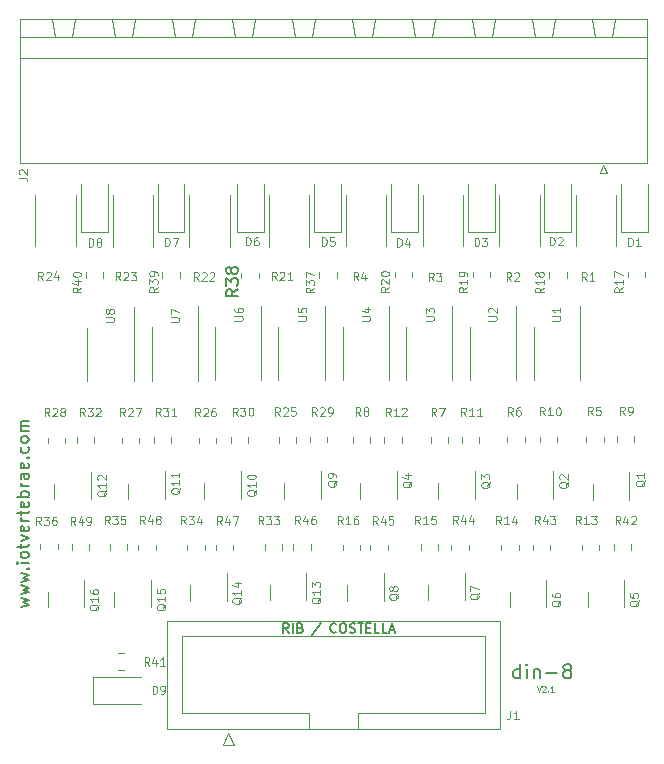
<source format=gbr>
%TF.GenerationSoftware,KiCad,Pcbnew,6.0.11+dfsg-1~bpo11+1*%
%TF.CreationDate,2023-07-05T16:17:00+02:00*%
%TF.ProjectId,din8rib21,64696e38-7269-4623-9231-2e6b69636164,1.1*%
%TF.SameCoordinates,Original*%
%TF.FileFunction,Legend,Top*%
%TF.FilePolarity,Positive*%
%FSLAX46Y46*%
G04 Gerber Fmt 4.6, Leading zero omitted, Abs format (unit mm)*
G04 Created by KiCad (PCBNEW 6.0.11+dfsg-1~bpo11+1) date 2023-07-05 16:17:00*
%MOMM*%
%LPD*%
G01*
G04 APERTURE LIST*
%ADD10C,0.200000*%
%ADD11C,0.140000*%
%ADD12C,0.150000*%
%ADD13C,0.100000*%
%ADD14C,0.120000*%
G04 APERTURE END LIST*
D10*
X166794285Y-116002857D02*
X166794285Y-114802857D01*
X166794285Y-115945714D02*
X166680000Y-116002857D01*
X166451428Y-116002857D01*
X166337142Y-115945714D01*
X166280000Y-115888571D01*
X166222857Y-115774285D01*
X166222857Y-115431428D01*
X166280000Y-115317142D01*
X166337142Y-115260000D01*
X166451428Y-115202857D01*
X166680000Y-115202857D01*
X166794285Y-115260000D01*
X167365714Y-116002857D02*
X167365714Y-115202857D01*
X167365714Y-114802857D02*
X167308571Y-114860000D01*
X167365714Y-114917142D01*
X167422857Y-114860000D01*
X167365714Y-114802857D01*
X167365714Y-114917142D01*
X167937142Y-115202857D02*
X167937142Y-116002857D01*
X167937142Y-115317142D02*
X167994285Y-115260000D01*
X168108571Y-115202857D01*
X168280000Y-115202857D01*
X168394285Y-115260000D01*
X168451428Y-115374285D01*
X168451428Y-116002857D01*
X169022857Y-115545714D02*
X169937142Y-115545714D01*
X170680000Y-115317142D02*
X170565714Y-115260000D01*
X170508571Y-115202857D01*
X170451428Y-115088571D01*
X170451428Y-115031428D01*
X170508571Y-114917142D01*
X170565714Y-114860000D01*
X170680000Y-114802857D01*
X170908571Y-114802857D01*
X171022857Y-114860000D01*
X171080000Y-114917142D01*
X171137142Y-115031428D01*
X171137142Y-115088571D01*
X171080000Y-115202857D01*
X171022857Y-115260000D01*
X170908571Y-115317142D01*
X170680000Y-115317142D01*
X170565714Y-115374285D01*
X170508571Y-115431428D01*
X170451428Y-115545714D01*
X170451428Y-115774285D01*
X170508571Y-115888571D01*
X170565714Y-115945714D01*
X170680000Y-116002857D01*
X170908571Y-116002857D01*
X171022857Y-115945714D01*
X171080000Y-115888571D01*
X171137142Y-115774285D01*
X171137142Y-115545714D01*
X171080000Y-115431428D01*
X171022857Y-115374285D01*
X170908571Y-115317142D01*
D11*
X147201428Y-112131904D02*
X146934761Y-111750952D01*
X146744285Y-112131904D02*
X146744285Y-111331904D01*
X147049047Y-111331904D01*
X147125238Y-111370000D01*
X147163333Y-111408095D01*
X147201428Y-111484285D01*
X147201428Y-111598571D01*
X147163333Y-111674761D01*
X147125238Y-111712857D01*
X147049047Y-111750952D01*
X146744285Y-111750952D01*
X147544285Y-112131904D02*
X147544285Y-111331904D01*
X148191904Y-111712857D02*
X148306190Y-111750952D01*
X148344285Y-111789047D01*
X148382380Y-111865238D01*
X148382380Y-111979523D01*
X148344285Y-112055714D01*
X148306190Y-112093809D01*
X148230000Y-112131904D01*
X147925238Y-112131904D01*
X147925238Y-111331904D01*
X148191904Y-111331904D01*
X148268095Y-111370000D01*
X148306190Y-111408095D01*
X148344285Y-111484285D01*
X148344285Y-111560476D01*
X148306190Y-111636666D01*
X148268095Y-111674761D01*
X148191904Y-111712857D01*
X147925238Y-111712857D01*
X149906190Y-111293809D02*
X149220476Y-112322380D01*
X151239523Y-112055714D02*
X151201428Y-112093809D01*
X151087142Y-112131904D01*
X151010952Y-112131904D01*
X150896666Y-112093809D01*
X150820476Y-112017619D01*
X150782380Y-111941428D01*
X150744285Y-111789047D01*
X150744285Y-111674761D01*
X150782380Y-111522380D01*
X150820476Y-111446190D01*
X150896666Y-111370000D01*
X151010952Y-111331904D01*
X151087142Y-111331904D01*
X151201428Y-111370000D01*
X151239523Y-111408095D01*
X151734761Y-111331904D02*
X151887142Y-111331904D01*
X151963333Y-111370000D01*
X152039523Y-111446190D01*
X152077619Y-111598571D01*
X152077619Y-111865238D01*
X152039523Y-112017619D01*
X151963333Y-112093809D01*
X151887142Y-112131904D01*
X151734761Y-112131904D01*
X151658571Y-112093809D01*
X151582380Y-112017619D01*
X151544285Y-111865238D01*
X151544285Y-111598571D01*
X151582380Y-111446190D01*
X151658571Y-111370000D01*
X151734761Y-111331904D01*
X152382380Y-112093809D02*
X152496666Y-112131904D01*
X152687142Y-112131904D01*
X152763333Y-112093809D01*
X152801428Y-112055714D01*
X152839523Y-111979523D01*
X152839523Y-111903333D01*
X152801428Y-111827142D01*
X152763333Y-111789047D01*
X152687142Y-111750952D01*
X152534761Y-111712857D01*
X152458571Y-111674761D01*
X152420476Y-111636666D01*
X152382380Y-111560476D01*
X152382380Y-111484285D01*
X152420476Y-111408095D01*
X152458571Y-111370000D01*
X152534761Y-111331904D01*
X152725238Y-111331904D01*
X152839523Y-111370000D01*
X153068095Y-111331904D02*
X153525238Y-111331904D01*
X153296666Y-112131904D02*
X153296666Y-111331904D01*
X153791904Y-111712857D02*
X154058571Y-111712857D01*
X154172857Y-112131904D02*
X153791904Y-112131904D01*
X153791904Y-111331904D01*
X154172857Y-111331904D01*
X154896666Y-112131904D02*
X154515714Y-112131904D01*
X154515714Y-111331904D01*
X155544285Y-112131904D02*
X155163333Y-112131904D01*
X155163333Y-111331904D01*
X155772857Y-111903333D02*
X156153809Y-111903333D01*
X155696666Y-112131904D02*
X155963333Y-111331904D01*
X156230000Y-112131904D01*
D12*
X124515714Y-109954761D02*
X125182380Y-109764285D01*
X124706190Y-109573809D01*
X125182380Y-109383333D01*
X124515714Y-109192857D01*
X124515714Y-108907142D02*
X125182380Y-108716666D01*
X124706190Y-108526190D01*
X125182380Y-108335714D01*
X124515714Y-108145238D01*
X124515714Y-107859523D02*
X125182380Y-107669047D01*
X124706190Y-107478571D01*
X125182380Y-107288095D01*
X124515714Y-107097619D01*
X125087142Y-106716666D02*
X125134761Y-106669047D01*
X125182380Y-106716666D01*
X125134761Y-106764285D01*
X125087142Y-106716666D01*
X125182380Y-106716666D01*
X125182380Y-106240476D02*
X124515714Y-106240476D01*
X124182380Y-106240476D02*
X124230000Y-106288095D01*
X124277619Y-106240476D01*
X124230000Y-106192857D01*
X124182380Y-106240476D01*
X124277619Y-106240476D01*
X125182380Y-105621428D02*
X125134761Y-105716666D01*
X125087142Y-105764285D01*
X124991904Y-105811904D01*
X124706190Y-105811904D01*
X124610952Y-105764285D01*
X124563333Y-105716666D01*
X124515714Y-105621428D01*
X124515714Y-105478571D01*
X124563333Y-105383333D01*
X124610952Y-105335714D01*
X124706190Y-105288095D01*
X124991904Y-105288095D01*
X125087142Y-105335714D01*
X125134761Y-105383333D01*
X125182380Y-105478571D01*
X125182380Y-105621428D01*
X124515714Y-105002380D02*
X124515714Y-104621428D01*
X124182380Y-104859523D02*
X125039523Y-104859523D01*
X125134761Y-104811904D01*
X125182380Y-104716666D01*
X125182380Y-104621428D01*
X124515714Y-104383333D02*
X125182380Y-104145238D01*
X124515714Y-103907142D01*
X125134761Y-103145238D02*
X125182380Y-103240476D01*
X125182380Y-103430952D01*
X125134761Y-103526190D01*
X125039523Y-103573809D01*
X124658571Y-103573809D01*
X124563333Y-103526190D01*
X124515714Y-103430952D01*
X124515714Y-103240476D01*
X124563333Y-103145238D01*
X124658571Y-103097619D01*
X124753809Y-103097619D01*
X124849047Y-103573809D01*
X125182380Y-102669047D02*
X124515714Y-102669047D01*
X124706190Y-102669047D02*
X124610952Y-102621428D01*
X124563333Y-102573809D01*
X124515714Y-102478571D01*
X124515714Y-102383333D01*
X124515714Y-102192857D02*
X124515714Y-101811904D01*
X124182380Y-102050000D02*
X125039523Y-102050000D01*
X125134761Y-102002380D01*
X125182380Y-101907142D01*
X125182380Y-101811904D01*
X125134761Y-101097619D02*
X125182380Y-101192857D01*
X125182380Y-101383333D01*
X125134761Y-101478571D01*
X125039523Y-101526190D01*
X124658571Y-101526190D01*
X124563333Y-101478571D01*
X124515714Y-101383333D01*
X124515714Y-101192857D01*
X124563333Y-101097619D01*
X124658571Y-101050000D01*
X124753809Y-101050000D01*
X124849047Y-101526190D01*
X125182380Y-100621428D02*
X124182380Y-100621428D01*
X124563333Y-100621428D02*
X124515714Y-100526190D01*
X124515714Y-100335714D01*
X124563333Y-100240476D01*
X124610952Y-100192857D01*
X124706190Y-100145238D01*
X124991904Y-100145238D01*
X125087142Y-100192857D01*
X125134761Y-100240476D01*
X125182380Y-100335714D01*
X125182380Y-100526190D01*
X125134761Y-100621428D01*
X125182380Y-99716666D02*
X124515714Y-99716666D01*
X124706190Y-99716666D02*
X124610952Y-99669047D01*
X124563333Y-99621428D01*
X124515714Y-99526190D01*
X124515714Y-99430952D01*
X125182380Y-98669047D02*
X124658571Y-98669047D01*
X124563333Y-98716666D01*
X124515714Y-98811904D01*
X124515714Y-99002380D01*
X124563333Y-99097619D01*
X125134761Y-98669047D02*
X125182380Y-98764285D01*
X125182380Y-99002380D01*
X125134761Y-99097619D01*
X125039523Y-99145238D01*
X124944285Y-99145238D01*
X124849047Y-99097619D01*
X124801428Y-99002380D01*
X124801428Y-98764285D01*
X124753809Y-98669047D01*
X125134761Y-97811904D02*
X125182380Y-97907142D01*
X125182380Y-98097619D01*
X125134761Y-98192857D01*
X125039523Y-98240476D01*
X124658571Y-98240476D01*
X124563333Y-98192857D01*
X124515714Y-98097619D01*
X124515714Y-97907142D01*
X124563333Y-97811904D01*
X124658571Y-97764285D01*
X124753809Y-97764285D01*
X124849047Y-98240476D01*
X125087142Y-97335714D02*
X125134761Y-97288095D01*
X125182380Y-97335714D01*
X125134761Y-97383333D01*
X125087142Y-97335714D01*
X125182380Y-97335714D01*
X125134761Y-96430952D02*
X125182380Y-96526190D01*
X125182380Y-96716666D01*
X125134761Y-96811904D01*
X125087142Y-96859523D01*
X124991904Y-96907142D01*
X124706190Y-96907142D01*
X124610952Y-96859523D01*
X124563333Y-96811904D01*
X124515714Y-96716666D01*
X124515714Y-96526190D01*
X124563333Y-96430952D01*
X125182380Y-95859523D02*
X125134761Y-95954761D01*
X125087142Y-96002380D01*
X124991904Y-96050000D01*
X124706190Y-96050000D01*
X124610952Y-96002380D01*
X124563333Y-95954761D01*
X124515714Y-95859523D01*
X124515714Y-95716666D01*
X124563333Y-95621428D01*
X124610952Y-95573809D01*
X124706190Y-95526190D01*
X124991904Y-95526190D01*
X125087142Y-95573809D01*
X125134761Y-95621428D01*
X125182380Y-95716666D01*
X125182380Y-95859523D01*
X125182380Y-95097619D02*
X124515714Y-95097619D01*
X124610952Y-95097619D02*
X124563333Y-95050000D01*
X124515714Y-94954761D01*
X124515714Y-94811904D01*
X124563333Y-94716666D01*
X124658571Y-94669047D01*
X125182380Y-94669047D01*
X124658571Y-94669047D02*
X124563333Y-94621428D01*
X124515714Y-94526190D01*
X124515714Y-94383333D01*
X124563333Y-94288095D01*
X124658571Y-94240476D01*
X125182380Y-94240476D01*
D13*
X168198095Y-116656190D02*
X168364761Y-117156190D01*
X168531428Y-116656190D01*
X168674285Y-116703809D02*
X168698095Y-116680000D01*
X168745714Y-116656190D01*
X168864761Y-116656190D01*
X168912380Y-116680000D01*
X168936190Y-116703809D01*
X168960000Y-116751428D01*
X168960000Y-116799047D01*
X168936190Y-116870476D01*
X168650476Y-117156190D01*
X168960000Y-117156190D01*
X169174285Y-117108571D02*
X169198095Y-117132380D01*
X169174285Y-117156190D01*
X169150476Y-117132380D01*
X169174285Y-117108571D01*
X169174285Y-117156190D01*
X169674285Y-117156190D02*
X169388571Y-117156190D01*
X169531428Y-117156190D02*
X169531428Y-116656190D01*
X169483809Y-116727619D01*
X169436190Y-116775238D01*
X169388571Y-116799047D01*
D14*
%TO.C,Q16*%
X131143333Y-109757500D02*
X131110000Y-109824166D01*
X131043333Y-109890833D01*
X130943333Y-109990833D01*
X130910000Y-110057500D01*
X130910000Y-110124166D01*
X131076666Y-110090833D02*
X131043333Y-110157500D01*
X130976666Y-110224166D01*
X130843333Y-110257500D01*
X130610000Y-110257500D01*
X130476666Y-110224166D01*
X130410000Y-110157500D01*
X130376666Y-110090833D01*
X130376666Y-109957500D01*
X130410000Y-109890833D01*
X130476666Y-109824166D01*
X130610000Y-109790833D01*
X130843333Y-109790833D01*
X130976666Y-109824166D01*
X131043333Y-109890833D01*
X131076666Y-109957500D01*
X131076666Y-110090833D01*
X131076666Y-109124166D02*
X131076666Y-109524166D01*
X131076666Y-109324166D02*
X130376666Y-109324166D01*
X130476666Y-109390833D01*
X130543333Y-109457500D01*
X130576666Y-109524166D01*
X130376666Y-108524166D02*
X130376666Y-108657500D01*
X130410000Y-108724166D01*
X130443333Y-108757500D01*
X130543333Y-108824166D01*
X130676666Y-108857500D01*
X130943333Y-108857500D01*
X131010000Y-108824166D01*
X131043333Y-108790833D01*
X131076666Y-108724166D01*
X131076666Y-108590833D01*
X131043333Y-108524166D01*
X131010000Y-108490833D01*
X130943333Y-108457500D01*
X130776666Y-108457500D01*
X130710000Y-108490833D01*
X130676666Y-108524166D01*
X130643333Y-108590833D01*
X130643333Y-108724166D01*
X130676666Y-108790833D01*
X130710000Y-108824166D01*
X130776666Y-108857500D01*
%TO.C,R25*%
X146480000Y-93776666D02*
X146246666Y-93443333D01*
X146080000Y-93776666D02*
X146080000Y-93076666D01*
X146346666Y-93076666D01*
X146413333Y-93110000D01*
X146446666Y-93143333D01*
X146480000Y-93210000D01*
X146480000Y-93310000D01*
X146446666Y-93376666D01*
X146413333Y-93410000D01*
X146346666Y-93443333D01*
X146080000Y-93443333D01*
X146746666Y-93143333D02*
X146780000Y-93110000D01*
X146846666Y-93076666D01*
X147013333Y-93076666D01*
X147080000Y-93110000D01*
X147113333Y-93143333D01*
X147146666Y-93210000D01*
X147146666Y-93276666D01*
X147113333Y-93376666D01*
X146713333Y-93776666D01*
X147146666Y-93776666D01*
X147780000Y-93076666D02*
X147446666Y-93076666D01*
X147413333Y-93410000D01*
X147446666Y-93376666D01*
X147513333Y-93343333D01*
X147680000Y-93343333D01*
X147746666Y-93376666D01*
X147780000Y-93410000D01*
X147813333Y-93476666D01*
X147813333Y-93643333D01*
X147780000Y-93710000D01*
X147746666Y-93743333D01*
X147680000Y-93776666D01*
X147513333Y-93776666D01*
X147446666Y-93743333D01*
X147413333Y-93710000D01*
%TO.C,Q6*%
X170253333Y-109396666D02*
X170220000Y-109463333D01*
X170153333Y-109530000D01*
X170053333Y-109630000D01*
X170020000Y-109696666D01*
X170020000Y-109763333D01*
X170186666Y-109730000D02*
X170153333Y-109796666D01*
X170086666Y-109863333D01*
X169953333Y-109896666D01*
X169720000Y-109896666D01*
X169586666Y-109863333D01*
X169520000Y-109796666D01*
X169486666Y-109730000D01*
X169486666Y-109596666D01*
X169520000Y-109530000D01*
X169586666Y-109463333D01*
X169720000Y-109430000D01*
X169953333Y-109430000D01*
X170086666Y-109463333D01*
X170153333Y-109530000D01*
X170186666Y-109596666D01*
X170186666Y-109730000D01*
X169486666Y-108830000D02*
X169486666Y-108963333D01*
X169520000Y-109030000D01*
X169553333Y-109063333D01*
X169653333Y-109130000D01*
X169786666Y-109163333D01*
X170053333Y-109163333D01*
X170120000Y-109130000D01*
X170153333Y-109096666D01*
X170186666Y-109030000D01*
X170186666Y-108896666D01*
X170153333Y-108830000D01*
X170120000Y-108796666D01*
X170053333Y-108763333D01*
X169886666Y-108763333D01*
X169820000Y-108796666D01*
X169786666Y-108830000D01*
X169753333Y-108896666D01*
X169753333Y-109030000D01*
X169786666Y-109096666D01*
X169820000Y-109130000D01*
X169886666Y-109163333D01*
%TO.C,R41*%
X135410000Y-114936666D02*
X135176666Y-114603333D01*
X135010000Y-114936666D02*
X135010000Y-114236666D01*
X135276666Y-114236666D01*
X135343333Y-114270000D01*
X135376666Y-114303333D01*
X135410000Y-114370000D01*
X135410000Y-114470000D01*
X135376666Y-114536666D01*
X135343333Y-114570000D01*
X135276666Y-114603333D01*
X135010000Y-114603333D01*
X136010000Y-114470000D02*
X136010000Y-114936666D01*
X135843333Y-114203333D02*
X135676666Y-114703333D01*
X136110000Y-114703333D01*
X136743333Y-114936666D02*
X136343333Y-114936666D01*
X136543333Y-114936666D02*
X136543333Y-114236666D01*
X136476666Y-114336666D01*
X136410000Y-114403333D01*
X136343333Y-114436666D01*
%TO.C,R11*%
X162240000Y-93786666D02*
X162006666Y-93453333D01*
X161840000Y-93786666D02*
X161840000Y-93086666D01*
X162106666Y-93086666D01*
X162173333Y-93120000D01*
X162206666Y-93153333D01*
X162240000Y-93220000D01*
X162240000Y-93320000D01*
X162206666Y-93386666D01*
X162173333Y-93420000D01*
X162106666Y-93453333D01*
X161840000Y-93453333D01*
X162906666Y-93786666D02*
X162506666Y-93786666D01*
X162706666Y-93786666D02*
X162706666Y-93086666D01*
X162640000Y-93186666D01*
X162573333Y-93253333D01*
X162506666Y-93286666D01*
X163573333Y-93786666D02*
X163173333Y-93786666D01*
X163373333Y-93786666D02*
X163373333Y-93086666D01*
X163306666Y-93186666D01*
X163240000Y-93253333D01*
X163173333Y-93286666D01*
%TO.C,R31*%
X136360000Y-93796666D02*
X136126666Y-93463333D01*
X135960000Y-93796666D02*
X135960000Y-93096666D01*
X136226666Y-93096666D01*
X136293333Y-93130000D01*
X136326666Y-93163333D01*
X136360000Y-93230000D01*
X136360000Y-93330000D01*
X136326666Y-93396666D01*
X136293333Y-93430000D01*
X136226666Y-93463333D01*
X135960000Y-93463333D01*
X136593333Y-93096666D02*
X137026666Y-93096666D01*
X136793333Y-93363333D01*
X136893333Y-93363333D01*
X136960000Y-93396666D01*
X136993333Y-93430000D01*
X137026666Y-93496666D01*
X137026666Y-93663333D01*
X136993333Y-93730000D01*
X136960000Y-93763333D01*
X136893333Y-93796666D01*
X136693333Y-93796666D01*
X136626666Y-93763333D01*
X136593333Y-93730000D01*
X137693333Y-93796666D02*
X137293333Y-93796666D01*
X137493333Y-93796666D02*
X137493333Y-93096666D01*
X137426666Y-93196666D01*
X137360000Y-93263333D01*
X137293333Y-93296666D01*
%TO.C,Q1*%
X177383333Y-99256666D02*
X177350000Y-99323333D01*
X177283333Y-99390000D01*
X177183333Y-99490000D01*
X177150000Y-99556666D01*
X177150000Y-99623333D01*
X177316666Y-99590000D02*
X177283333Y-99656666D01*
X177216666Y-99723333D01*
X177083333Y-99756666D01*
X176850000Y-99756666D01*
X176716666Y-99723333D01*
X176650000Y-99656666D01*
X176616666Y-99590000D01*
X176616666Y-99456666D01*
X176650000Y-99390000D01*
X176716666Y-99323333D01*
X176850000Y-99290000D01*
X177083333Y-99290000D01*
X177216666Y-99323333D01*
X177283333Y-99390000D01*
X177316666Y-99456666D01*
X177316666Y-99590000D01*
X177316666Y-98623333D02*
X177316666Y-99023333D01*
X177316666Y-98823333D02*
X176616666Y-98823333D01*
X176716666Y-98890000D01*
X176783333Y-98956666D01*
X176816666Y-99023333D01*
%TO.C,R2*%
X166053333Y-82326666D02*
X165820000Y-81993333D01*
X165653333Y-82326666D02*
X165653333Y-81626666D01*
X165920000Y-81626666D01*
X165986666Y-81660000D01*
X166020000Y-81693333D01*
X166053333Y-81760000D01*
X166053333Y-81860000D01*
X166020000Y-81926666D01*
X165986666Y-81960000D01*
X165920000Y-81993333D01*
X165653333Y-81993333D01*
X166320000Y-81693333D02*
X166353333Y-81660000D01*
X166420000Y-81626666D01*
X166586666Y-81626666D01*
X166653333Y-81660000D01*
X166686666Y-81693333D01*
X166720000Y-81760000D01*
X166720000Y-81826666D01*
X166686666Y-81926666D01*
X166286666Y-82326666D01*
X166720000Y-82326666D01*
%TO.C,U5*%
X148016666Y-85733333D02*
X148583333Y-85733333D01*
X148650000Y-85700000D01*
X148683333Y-85666666D01*
X148716666Y-85600000D01*
X148716666Y-85466666D01*
X148683333Y-85400000D01*
X148650000Y-85366666D01*
X148583333Y-85333333D01*
X148016666Y-85333333D01*
X148016666Y-84666666D02*
X148016666Y-85000000D01*
X148350000Y-85033333D01*
X148316666Y-85000000D01*
X148283333Y-84933333D01*
X148283333Y-84766666D01*
X148316666Y-84700000D01*
X148350000Y-84666666D01*
X148416666Y-84633333D01*
X148583333Y-84633333D01*
X148650000Y-84666666D01*
X148683333Y-84700000D01*
X148716666Y-84766666D01*
X148716666Y-84933333D01*
X148683333Y-85000000D01*
X148650000Y-85033333D01*
%TO.C,R19*%
X162316666Y-82910000D02*
X161983333Y-83143333D01*
X162316666Y-83310000D02*
X161616666Y-83310000D01*
X161616666Y-83043333D01*
X161650000Y-82976666D01*
X161683333Y-82943333D01*
X161750000Y-82910000D01*
X161850000Y-82910000D01*
X161916666Y-82943333D01*
X161950000Y-82976666D01*
X161983333Y-83043333D01*
X161983333Y-83310000D01*
X162316666Y-82243333D02*
X162316666Y-82643333D01*
X162316666Y-82443333D02*
X161616666Y-82443333D01*
X161716666Y-82510000D01*
X161783333Y-82576666D01*
X161816666Y-82643333D01*
X162316666Y-81910000D02*
X162316666Y-81776666D01*
X162283333Y-81710000D01*
X162250000Y-81676666D01*
X162150000Y-81610000D01*
X162016666Y-81576666D01*
X161750000Y-81576666D01*
X161683333Y-81610000D01*
X161650000Y-81643333D01*
X161616666Y-81710000D01*
X161616666Y-81843333D01*
X161650000Y-81910000D01*
X161683333Y-81943333D01*
X161750000Y-81976666D01*
X161916666Y-81976666D01*
X161983333Y-81943333D01*
X162016666Y-81910000D01*
X162050000Y-81843333D01*
X162050000Y-81710000D01*
X162016666Y-81643333D01*
X161983333Y-81610000D01*
X161916666Y-81576666D01*
%TO.C,Q12*%
X131783333Y-100100000D02*
X131750000Y-100166666D01*
X131683333Y-100233333D01*
X131583333Y-100333333D01*
X131550000Y-100400000D01*
X131550000Y-100466666D01*
X131716666Y-100433333D02*
X131683333Y-100500000D01*
X131616666Y-100566666D01*
X131483333Y-100600000D01*
X131250000Y-100600000D01*
X131116666Y-100566666D01*
X131050000Y-100500000D01*
X131016666Y-100433333D01*
X131016666Y-100300000D01*
X131050000Y-100233333D01*
X131116666Y-100166666D01*
X131250000Y-100133333D01*
X131483333Y-100133333D01*
X131616666Y-100166666D01*
X131683333Y-100233333D01*
X131716666Y-100300000D01*
X131716666Y-100433333D01*
X131716666Y-99466666D02*
X131716666Y-99866666D01*
X131716666Y-99666666D02*
X131016666Y-99666666D01*
X131116666Y-99733333D01*
X131183333Y-99800000D01*
X131216666Y-99866666D01*
X131083333Y-99200000D02*
X131050000Y-99166666D01*
X131016666Y-99100000D01*
X131016666Y-98933333D01*
X131050000Y-98866666D01*
X131083333Y-98833333D01*
X131150000Y-98800000D01*
X131216666Y-98800000D01*
X131316666Y-98833333D01*
X131716666Y-99233333D01*
X131716666Y-98800000D01*
%TO.C,Q9*%
X151273333Y-99266666D02*
X151240000Y-99333333D01*
X151173333Y-99400000D01*
X151073333Y-99500000D01*
X151040000Y-99566666D01*
X151040000Y-99633333D01*
X151206666Y-99600000D02*
X151173333Y-99666666D01*
X151106666Y-99733333D01*
X150973333Y-99766666D01*
X150740000Y-99766666D01*
X150606666Y-99733333D01*
X150540000Y-99666666D01*
X150506666Y-99600000D01*
X150506666Y-99466666D01*
X150540000Y-99400000D01*
X150606666Y-99333333D01*
X150740000Y-99300000D01*
X150973333Y-99300000D01*
X151106666Y-99333333D01*
X151173333Y-99400000D01*
X151206666Y-99466666D01*
X151206666Y-99600000D01*
X151206666Y-98966666D02*
X151206666Y-98833333D01*
X151173333Y-98766666D01*
X151140000Y-98733333D01*
X151040000Y-98666666D01*
X150906666Y-98633333D01*
X150640000Y-98633333D01*
X150573333Y-98666666D01*
X150540000Y-98700000D01*
X150506666Y-98766666D01*
X150506666Y-98900000D01*
X150540000Y-98966666D01*
X150573333Y-99000000D01*
X150640000Y-99033333D01*
X150806666Y-99033333D01*
X150873333Y-99000000D01*
X150906666Y-98966666D01*
X150940000Y-98900000D01*
X150940000Y-98766666D01*
X150906666Y-98700000D01*
X150873333Y-98666666D01*
X150806666Y-98633333D01*
%TO.C,Q4*%
X157623333Y-99326666D02*
X157590000Y-99393333D01*
X157523333Y-99460000D01*
X157423333Y-99560000D01*
X157390000Y-99626666D01*
X157390000Y-99693333D01*
X157556666Y-99660000D02*
X157523333Y-99726666D01*
X157456666Y-99793333D01*
X157323333Y-99826666D01*
X157090000Y-99826666D01*
X156956666Y-99793333D01*
X156890000Y-99726666D01*
X156856666Y-99660000D01*
X156856666Y-99526666D01*
X156890000Y-99460000D01*
X156956666Y-99393333D01*
X157090000Y-99360000D01*
X157323333Y-99360000D01*
X157456666Y-99393333D01*
X157523333Y-99460000D01*
X157556666Y-99526666D01*
X157556666Y-99660000D01*
X157090000Y-98760000D02*
X157556666Y-98760000D01*
X156823333Y-98926666D02*
X157323333Y-99093333D01*
X157323333Y-98660000D01*
%TO.C,Q7*%
X163353333Y-108819166D02*
X163320000Y-108885833D01*
X163253333Y-108952500D01*
X163153333Y-109052500D01*
X163120000Y-109119166D01*
X163120000Y-109185833D01*
X163286666Y-109152500D02*
X163253333Y-109219166D01*
X163186666Y-109285833D01*
X163053333Y-109319166D01*
X162820000Y-109319166D01*
X162686666Y-109285833D01*
X162620000Y-109219166D01*
X162586666Y-109152500D01*
X162586666Y-109019166D01*
X162620000Y-108952500D01*
X162686666Y-108885833D01*
X162820000Y-108852500D01*
X163053333Y-108852500D01*
X163186666Y-108885833D01*
X163253333Y-108952500D01*
X163286666Y-109019166D01*
X163286666Y-109152500D01*
X162586666Y-108619166D02*
X162586666Y-108152500D01*
X163286666Y-108452500D01*
%TO.C,U7*%
X137216666Y-85833333D02*
X137783333Y-85833333D01*
X137850000Y-85800000D01*
X137883333Y-85766666D01*
X137916666Y-85700000D01*
X137916666Y-85566666D01*
X137883333Y-85500000D01*
X137850000Y-85466666D01*
X137783333Y-85433333D01*
X137216666Y-85433333D01*
X137216666Y-85166666D02*
X137216666Y-84700000D01*
X137916666Y-85000000D01*
%TO.C,R9*%
X175663333Y-93696666D02*
X175430000Y-93363333D01*
X175263333Y-93696666D02*
X175263333Y-92996666D01*
X175530000Y-92996666D01*
X175596666Y-93030000D01*
X175630000Y-93063333D01*
X175663333Y-93130000D01*
X175663333Y-93230000D01*
X175630000Y-93296666D01*
X175596666Y-93330000D01*
X175530000Y-93363333D01*
X175263333Y-93363333D01*
X175996666Y-93696666D02*
X176130000Y-93696666D01*
X176196666Y-93663333D01*
X176230000Y-93630000D01*
X176296666Y-93530000D01*
X176330000Y-93396666D01*
X176330000Y-93130000D01*
X176296666Y-93063333D01*
X176263333Y-93030000D01*
X176196666Y-92996666D01*
X176063333Y-92996666D01*
X175996666Y-93030000D01*
X175963333Y-93063333D01*
X175930000Y-93130000D01*
X175930000Y-93296666D01*
X175963333Y-93363333D01*
X175996666Y-93396666D01*
X176063333Y-93430000D01*
X176196666Y-93430000D01*
X176263333Y-93396666D01*
X176296666Y-93363333D01*
X176330000Y-93296666D01*
%TO.C,D5*%
X150043333Y-79376666D02*
X150043333Y-78676666D01*
X150210000Y-78676666D01*
X150310000Y-78710000D01*
X150376666Y-78776666D01*
X150410000Y-78843333D01*
X150443333Y-78976666D01*
X150443333Y-79076666D01*
X150410000Y-79210000D01*
X150376666Y-79276666D01*
X150310000Y-79343333D01*
X150210000Y-79376666D01*
X150043333Y-79376666D01*
X151076666Y-78676666D02*
X150743333Y-78676666D01*
X150710000Y-79010000D01*
X150743333Y-78976666D01*
X150810000Y-78943333D01*
X150976666Y-78943333D01*
X151043333Y-78976666D01*
X151076666Y-79010000D01*
X151110000Y-79076666D01*
X151110000Y-79243333D01*
X151076666Y-79310000D01*
X151043333Y-79343333D01*
X150976666Y-79376666D01*
X150810000Y-79376666D01*
X150743333Y-79343333D01*
X150710000Y-79310000D01*
%TO.C,R39*%
X136106666Y-82880000D02*
X135773333Y-83113333D01*
X136106666Y-83280000D02*
X135406666Y-83280000D01*
X135406666Y-83013333D01*
X135440000Y-82946666D01*
X135473333Y-82913333D01*
X135540000Y-82880000D01*
X135640000Y-82880000D01*
X135706666Y-82913333D01*
X135740000Y-82946666D01*
X135773333Y-83013333D01*
X135773333Y-83280000D01*
X135406666Y-82646666D02*
X135406666Y-82213333D01*
X135673333Y-82446666D01*
X135673333Y-82346666D01*
X135706666Y-82280000D01*
X135740000Y-82246666D01*
X135806666Y-82213333D01*
X135973333Y-82213333D01*
X136040000Y-82246666D01*
X136073333Y-82280000D01*
X136106666Y-82346666D01*
X136106666Y-82546666D01*
X136073333Y-82613333D01*
X136040000Y-82646666D01*
X136106666Y-81880000D02*
X136106666Y-81746666D01*
X136073333Y-81680000D01*
X136040000Y-81646666D01*
X135940000Y-81580000D01*
X135806666Y-81546666D01*
X135540000Y-81546666D01*
X135473333Y-81580000D01*
X135440000Y-81613333D01*
X135406666Y-81680000D01*
X135406666Y-81813333D01*
X135440000Y-81880000D01*
X135473333Y-81913333D01*
X135540000Y-81946666D01*
X135706666Y-81946666D01*
X135773333Y-81913333D01*
X135806666Y-81880000D01*
X135840000Y-81813333D01*
X135840000Y-81680000D01*
X135806666Y-81613333D01*
X135773333Y-81580000D01*
X135706666Y-81546666D01*
%TO.C,R44*%
X161550000Y-102936666D02*
X161316666Y-102603333D01*
X161150000Y-102936666D02*
X161150000Y-102236666D01*
X161416666Y-102236666D01*
X161483333Y-102270000D01*
X161516666Y-102303333D01*
X161550000Y-102370000D01*
X161550000Y-102470000D01*
X161516666Y-102536666D01*
X161483333Y-102570000D01*
X161416666Y-102603333D01*
X161150000Y-102603333D01*
X162150000Y-102470000D02*
X162150000Y-102936666D01*
X161983333Y-102203333D02*
X161816666Y-102703333D01*
X162250000Y-102703333D01*
X162816666Y-102470000D02*
X162816666Y-102936666D01*
X162650000Y-102203333D02*
X162483333Y-102703333D01*
X162916666Y-102703333D01*
%TO.C,R36*%
X126250000Y-103016666D02*
X126016666Y-102683333D01*
X125850000Y-103016666D02*
X125850000Y-102316666D01*
X126116666Y-102316666D01*
X126183333Y-102350000D01*
X126216666Y-102383333D01*
X126250000Y-102450000D01*
X126250000Y-102550000D01*
X126216666Y-102616666D01*
X126183333Y-102650000D01*
X126116666Y-102683333D01*
X125850000Y-102683333D01*
X126483333Y-102316666D02*
X126916666Y-102316666D01*
X126683333Y-102583333D01*
X126783333Y-102583333D01*
X126850000Y-102616666D01*
X126883333Y-102650000D01*
X126916666Y-102716666D01*
X126916666Y-102883333D01*
X126883333Y-102950000D01*
X126850000Y-102983333D01*
X126783333Y-103016666D01*
X126583333Y-103016666D01*
X126516666Y-102983333D01*
X126483333Y-102950000D01*
X127516666Y-102316666D02*
X127383333Y-102316666D01*
X127316666Y-102350000D01*
X127283333Y-102383333D01*
X127216666Y-102483333D01*
X127183333Y-102616666D01*
X127183333Y-102883333D01*
X127216666Y-102950000D01*
X127250000Y-102983333D01*
X127316666Y-103016666D01*
X127450000Y-103016666D01*
X127516666Y-102983333D01*
X127550000Y-102950000D01*
X127583333Y-102883333D01*
X127583333Y-102716666D01*
X127550000Y-102650000D01*
X127516666Y-102616666D01*
X127450000Y-102583333D01*
X127316666Y-102583333D01*
X127250000Y-102616666D01*
X127216666Y-102650000D01*
X127183333Y-102716666D01*
%TO.C,R20*%
X155706666Y-82880000D02*
X155373333Y-83113333D01*
X155706666Y-83280000D02*
X155006666Y-83280000D01*
X155006666Y-83013333D01*
X155040000Y-82946666D01*
X155073333Y-82913333D01*
X155140000Y-82880000D01*
X155240000Y-82880000D01*
X155306666Y-82913333D01*
X155340000Y-82946666D01*
X155373333Y-83013333D01*
X155373333Y-83280000D01*
X155073333Y-82613333D02*
X155040000Y-82580000D01*
X155006666Y-82513333D01*
X155006666Y-82346666D01*
X155040000Y-82280000D01*
X155073333Y-82246666D01*
X155140000Y-82213333D01*
X155206666Y-82213333D01*
X155306666Y-82246666D01*
X155706666Y-82646666D01*
X155706666Y-82213333D01*
X155006666Y-81780000D02*
X155006666Y-81713333D01*
X155040000Y-81646666D01*
X155073333Y-81613333D01*
X155140000Y-81580000D01*
X155273333Y-81546666D01*
X155440000Y-81546666D01*
X155573333Y-81580000D01*
X155640000Y-81613333D01*
X155673333Y-81646666D01*
X155706666Y-81713333D01*
X155706666Y-81780000D01*
X155673333Y-81846666D01*
X155640000Y-81880000D01*
X155573333Y-81913333D01*
X155440000Y-81946666D01*
X155273333Y-81946666D01*
X155140000Y-81913333D01*
X155073333Y-81880000D01*
X155040000Y-81846666D01*
X155006666Y-81780000D01*
%TO.C,R42*%
X175280000Y-102966666D02*
X175046666Y-102633333D01*
X174880000Y-102966666D02*
X174880000Y-102266666D01*
X175146666Y-102266666D01*
X175213333Y-102300000D01*
X175246666Y-102333333D01*
X175280000Y-102400000D01*
X175280000Y-102500000D01*
X175246666Y-102566666D01*
X175213333Y-102600000D01*
X175146666Y-102633333D01*
X174880000Y-102633333D01*
X175880000Y-102500000D02*
X175880000Y-102966666D01*
X175713333Y-102233333D02*
X175546666Y-102733333D01*
X175980000Y-102733333D01*
X176213333Y-102333333D02*
X176246666Y-102300000D01*
X176313333Y-102266666D01*
X176480000Y-102266666D01*
X176546666Y-102300000D01*
X176580000Y-102333333D01*
X176613333Y-102400000D01*
X176613333Y-102466666D01*
X176580000Y-102566666D01*
X176180000Y-102966666D01*
X176613333Y-102966666D01*
%TO.C,R22*%
X139590000Y-82326666D02*
X139356666Y-81993333D01*
X139190000Y-82326666D02*
X139190000Y-81626666D01*
X139456666Y-81626666D01*
X139523333Y-81660000D01*
X139556666Y-81693333D01*
X139590000Y-81760000D01*
X139590000Y-81860000D01*
X139556666Y-81926666D01*
X139523333Y-81960000D01*
X139456666Y-81993333D01*
X139190000Y-81993333D01*
X139856666Y-81693333D02*
X139890000Y-81660000D01*
X139956666Y-81626666D01*
X140123333Y-81626666D01*
X140190000Y-81660000D01*
X140223333Y-81693333D01*
X140256666Y-81760000D01*
X140256666Y-81826666D01*
X140223333Y-81926666D01*
X139823333Y-82326666D01*
X140256666Y-82326666D01*
X140523333Y-81693333D02*
X140556666Y-81660000D01*
X140623333Y-81626666D01*
X140790000Y-81626666D01*
X140856666Y-81660000D01*
X140890000Y-81693333D01*
X140923333Y-81760000D01*
X140923333Y-81826666D01*
X140890000Y-81926666D01*
X140490000Y-82326666D01*
X140923333Y-82326666D01*
%TO.C,Q8*%
X156493333Y-108839166D02*
X156460000Y-108905833D01*
X156393333Y-108972500D01*
X156293333Y-109072500D01*
X156260000Y-109139166D01*
X156260000Y-109205833D01*
X156426666Y-109172500D02*
X156393333Y-109239166D01*
X156326666Y-109305833D01*
X156193333Y-109339166D01*
X155960000Y-109339166D01*
X155826666Y-109305833D01*
X155760000Y-109239166D01*
X155726666Y-109172500D01*
X155726666Y-109039166D01*
X155760000Y-108972500D01*
X155826666Y-108905833D01*
X155960000Y-108872500D01*
X156193333Y-108872500D01*
X156326666Y-108905833D01*
X156393333Y-108972500D01*
X156426666Y-109039166D01*
X156426666Y-109172500D01*
X156026666Y-108472500D02*
X155993333Y-108539166D01*
X155960000Y-108572500D01*
X155893333Y-108605833D01*
X155860000Y-108605833D01*
X155793333Y-108572500D01*
X155760000Y-108539166D01*
X155726666Y-108472500D01*
X155726666Y-108339166D01*
X155760000Y-108272500D01*
X155793333Y-108239166D01*
X155860000Y-108205833D01*
X155893333Y-108205833D01*
X155960000Y-108239166D01*
X155993333Y-108272500D01*
X156026666Y-108339166D01*
X156026666Y-108472500D01*
X156060000Y-108539166D01*
X156093333Y-108572500D01*
X156160000Y-108605833D01*
X156293333Y-108605833D01*
X156360000Y-108572500D01*
X156393333Y-108539166D01*
X156426666Y-108472500D01*
X156426666Y-108339166D01*
X156393333Y-108272500D01*
X156360000Y-108239166D01*
X156293333Y-108205833D01*
X156160000Y-108205833D01*
X156093333Y-108239166D01*
X156060000Y-108272500D01*
X156026666Y-108339166D01*
%TO.C,Q10*%
X144473333Y-100050000D02*
X144440000Y-100116666D01*
X144373333Y-100183333D01*
X144273333Y-100283333D01*
X144240000Y-100350000D01*
X144240000Y-100416666D01*
X144406666Y-100383333D02*
X144373333Y-100450000D01*
X144306666Y-100516666D01*
X144173333Y-100550000D01*
X143940000Y-100550000D01*
X143806666Y-100516666D01*
X143740000Y-100450000D01*
X143706666Y-100383333D01*
X143706666Y-100250000D01*
X143740000Y-100183333D01*
X143806666Y-100116666D01*
X143940000Y-100083333D01*
X144173333Y-100083333D01*
X144306666Y-100116666D01*
X144373333Y-100183333D01*
X144406666Y-100250000D01*
X144406666Y-100383333D01*
X144406666Y-99416666D02*
X144406666Y-99816666D01*
X144406666Y-99616666D02*
X143706666Y-99616666D01*
X143806666Y-99683333D01*
X143873333Y-99750000D01*
X143906666Y-99816666D01*
X143706666Y-98983333D02*
X143706666Y-98916666D01*
X143740000Y-98850000D01*
X143773333Y-98816666D01*
X143840000Y-98783333D01*
X143973333Y-98750000D01*
X144140000Y-98750000D01*
X144273333Y-98783333D01*
X144340000Y-98816666D01*
X144373333Y-98850000D01*
X144406666Y-98916666D01*
X144406666Y-98983333D01*
X144373333Y-99050000D01*
X144340000Y-99083333D01*
X144273333Y-99116666D01*
X144140000Y-99150000D01*
X143973333Y-99150000D01*
X143840000Y-99116666D01*
X143773333Y-99083333D01*
X143740000Y-99050000D01*
X143706666Y-98983333D01*
%TO.C,Q14*%
X143213333Y-109180000D02*
X143180000Y-109246666D01*
X143113333Y-109313333D01*
X143013333Y-109413333D01*
X142980000Y-109480000D01*
X142980000Y-109546666D01*
X143146666Y-109513333D02*
X143113333Y-109580000D01*
X143046666Y-109646666D01*
X142913333Y-109680000D01*
X142680000Y-109680000D01*
X142546666Y-109646666D01*
X142480000Y-109580000D01*
X142446666Y-109513333D01*
X142446666Y-109380000D01*
X142480000Y-109313333D01*
X142546666Y-109246666D01*
X142680000Y-109213333D01*
X142913333Y-109213333D01*
X143046666Y-109246666D01*
X143113333Y-109313333D01*
X143146666Y-109380000D01*
X143146666Y-109513333D01*
X143146666Y-108546666D02*
X143146666Y-108946666D01*
X143146666Y-108746666D02*
X142446666Y-108746666D01*
X142546666Y-108813333D01*
X142613333Y-108880000D01*
X142646666Y-108946666D01*
X142680000Y-107946666D02*
X143146666Y-107946666D01*
X142413333Y-108113333D02*
X142913333Y-108280000D01*
X142913333Y-107846666D01*
%TO.C,R4*%
X153103333Y-82316666D02*
X152870000Y-81983333D01*
X152703333Y-82316666D02*
X152703333Y-81616666D01*
X152970000Y-81616666D01*
X153036666Y-81650000D01*
X153070000Y-81683333D01*
X153103333Y-81750000D01*
X153103333Y-81850000D01*
X153070000Y-81916666D01*
X153036666Y-81950000D01*
X152970000Y-81983333D01*
X152703333Y-81983333D01*
X153703333Y-81850000D02*
X153703333Y-82316666D01*
X153536666Y-81583333D02*
X153370000Y-82083333D01*
X153803333Y-82083333D01*
%TO.C,U1*%
X169516666Y-85733333D02*
X170083333Y-85733333D01*
X170150000Y-85700000D01*
X170183333Y-85666666D01*
X170216666Y-85600000D01*
X170216666Y-85466666D01*
X170183333Y-85400000D01*
X170150000Y-85366666D01*
X170083333Y-85333333D01*
X169516666Y-85333333D01*
X170216666Y-84633333D02*
X170216666Y-85033333D01*
X170216666Y-84833333D02*
X169516666Y-84833333D01*
X169616666Y-84900000D01*
X169683333Y-84966666D01*
X169716666Y-85033333D01*
%TO.C,R21*%
X146180000Y-82306666D02*
X145946666Y-81973333D01*
X145780000Y-82306666D02*
X145780000Y-81606666D01*
X146046666Y-81606666D01*
X146113333Y-81640000D01*
X146146666Y-81673333D01*
X146180000Y-81740000D01*
X146180000Y-81840000D01*
X146146666Y-81906666D01*
X146113333Y-81940000D01*
X146046666Y-81973333D01*
X145780000Y-81973333D01*
X146446666Y-81673333D02*
X146480000Y-81640000D01*
X146546666Y-81606666D01*
X146713333Y-81606666D01*
X146780000Y-81640000D01*
X146813333Y-81673333D01*
X146846666Y-81740000D01*
X146846666Y-81806666D01*
X146813333Y-81906666D01*
X146413333Y-82306666D01*
X146846666Y-82306666D01*
X147513333Y-82306666D02*
X147113333Y-82306666D01*
X147313333Y-82306666D02*
X147313333Y-81606666D01*
X147246666Y-81706666D01*
X147180000Y-81773333D01*
X147113333Y-81806666D01*
%TO.C,R29*%
X149590000Y-93776666D02*
X149356666Y-93443333D01*
X149190000Y-93776666D02*
X149190000Y-93076666D01*
X149456666Y-93076666D01*
X149523333Y-93110000D01*
X149556666Y-93143333D01*
X149590000Y-93210000D01*
X149590000Y-93310000D01*
X149556666Y-93376666D01*
X149523333Y-93410000D01*
X149456666Y-93443333D01*
X149190000Y-93443333D01*
X149856666Y-93143333D02*
X149890000Y-93110000D01*
X149956666Y-93076666D01*
X150123333Y-93076666D01*
X150190000Y-93110000D01*
X150223333Y-93143333D01*
X150256666Y-93210000D01*
X150256666Y-93276666D01*
X150223333Y-93376666D01*
X149823333Y-93776666D01*
X150256666Y-93776666D01*
X150590000Y-93776666D02*
X150723333Y-93776666D01*
X150790000Y-93743333D01*
X150823333Y-93710000D01*
X150890000Y-93610000D01*
X150923333Y-93476666D01*
X150923333Y-93210000D01*
X150890000Y-93143333D01*
X150856666Y-93110000D01*
X150790000Y-93076666D01*
X150656666Y-93076666D01*
X150590000Y-93110000D01*
X150556666Y-93143333D01*
X150523333Y-93210000D01*
X150523333Y-93376666D01*
X150556666Y-93443333D01*
X150590000Y-93476666D01*
X150656666Y-93510000D01*
X150790000Y-93510000D01*
X150856666Y-93476666D01*
X150890000Y-93443333D01*
X150923333Y-93376666D01*
%TO.C,D6*%
X143603333Y-79356666D02*
X143603333Y-78656666D01*
X143770000Y-78656666D01*
X143870000Y-78690000D01*
X143936666Y-78756666D01*
X143970000Y-78823333D01*
X144003333Y-78956666D01*
X144003333Y-79056666D01*
X143970000Y-79190000D01*
X143936666Y-79256666D01*
X143870000Y-79323333D01*
X143770000Y-79356666D01*
X143603333Y-79356666D01*
X144603333Y-78656666D02*
X144470000Y-78656666D01*
X144403333Y-78690000D01*
X144370000Y-78723333D01*
X144303333Y-78823333D01*
X144270000Y-78956666D01*
X144270000Y-79223333D01*
X144303333Y-79290000D01*
X144336666Y-79323333D01*
X144403333Y-79356666D01*
X144536666Y-79356666D01*
X144603333Y-79323333D01*
X144636666Y-79290000D01*
X144670000Y-79223333D01*
X144670000Y-79056666D01*
X144636666Y-78990000D01*
X144603333Y-78956666D01*
X144536666Y-78923333D01*
X144403333Y-78923333D01*
X144336666Y-78956666D01*
X144303333Y-78990000D01*
X144270000Y-79056666D01*
%TO.C,U4*%
X153416666Y-85733333D02*
X153983333Y-85733333D01*
X154050000Y-85700000D01*
X154083333Y-85666666D01*
X154116666Y-85600000D01*
X154116666Y-85466666D01*
X154083333Y-85400000D01*
X154050000Y-85366666D01*
X153983333Y-85333333D01*
X153416666Y-85333333D01*
X153650000Y-84700000D02*
X154116666Y-84700000D01*
X153383333Y-84866666D02*
X153883333Y-85033333D01*
X153883333Y-84600000D01*
%TO.C,U6*%
X142616666Y-85733333D02*
X143183333Y-85733333D01*
X143250000Y-85700000D01*
X143283333Y-85666666D01*
X143316666Y-85600000D01*
X143316666Y-85466666D01*
X143283333Y-85400000D01*
X143250000Y-85366666D01*
X143183333Y-85333333D01*
X142616666Y-85333333D01*
X142616666Y-84700000D02*
X142616666Y-84833333D01*
X142650000Y-84900000D01*
X142683333Y-84933333D01*
X142783333Y-85000000D01*
X142916666Y-85033333D01*
X143183333Y-85033333D01*
X143250000Y-85000000D01*
X143283333Y-84966666D01*
X143316666Y-84900000D01*
X143316666Y-84766666D01*
X143283333Y-84700000D01*
X143250000Y-84666666D01*
X143183333Y-84633333D01*
X143016666Y-84633333D01*
X142950000Y-84666666D01*
X142916666Y-84700000D01*
X142883333Y-84766666D01*
X142883333Y-84900000D01*
X142916666Y-84966666D01*
X142950000Y-85000000D01*
X143016666Y-85033333D01*
%TO.C,Q5*%
X176863333Y-109416666D02*
X176830000Y-109483333D01*
X176763333Y-109550000D01*
X176663333Y-109650000D01*
X176630000Y-109716666D01*
X176630000Y-109783333D01*
X176796666Y-109750000D02*
X176763333Y-109816666D01*
X176696666Y-109883333D01*
X176563333Y-109916666D01*
X176330000Y-109916666D01*
X176196666Y-109883333D01*
X176130000Y-109816666D01*
X176096666Y-109750000D01*
X176096666Y-109616666D01*
X176130000Y-109550000D01*
X176196666Y-109483333D01*
X176330000Y-109450000D01*
X176563333Y-109450000D01*
X176696666Y-109483333D01*
X176763333Y-109550000D01*
X176796666Y-109616666D01*
X176796666Y-109750000D01*
X176096666Y-108816666D02*
X176096666Y-109150000D01*
X176430000Y-109183333D01*
X176396666Y-109150000D01*
X176363333Y-109083333D01*
X176363333Y-108916666D01*
X176396666Y-108850000D01*
X176430000Y-108816666D01*
X176496666Y-108783333D01*
X176663333Y-108783333D01*
X176730000Y-108816666D01*
X176763333Y-108850000D01*
X176796666Y-108916666D01*
X176796666Y-109083333D01*
X176763333Y-109150000D01*
X176730000Y-109183333D01*
%TO.C,Q11*%
X138023333Y-99890000D02*
X137990000Y-99956666D01*
X137923333Y-100023333D01*
X137823333Y-100123333D01*
X137790000Y-100190000D01*
X137790000Y-100256666D01*
X137956666Y-100223333D02*
X137923333Y-100290000D01*
X137856666Y-100356666D01*
X137723333Y-100390000D01*
X137490000Y-100390000D01*
X137356666Y-100356666D01*
X137290000Y-100290000D01*
X137256666Y-100223333D01*
X137256666Y-100090000D01*
X137290000Y-100023333D01*
X137356666Y-99956666D01*
X137490000Y-99923333D01*
X137723333Y-99923333D01*
X137856666Y-99956666D01*
X137923333Y-100023333D01*
X137956666Y-100090000D01*
X137956666Y-100223333D01*
X137956666Y-99256666D02*
X137956666Y-99656666D01*
X137956666Y-99456666D02*
X137256666Y-99456666D01*
X137356666Y-99523333D01*
X137423333Y-99590000D01*
X137456666Y-99656666D01*
X137956666Y-98590000D02*
X137956666Y-98990000D01*
X137956666Y-98790000D02*
X137256666Y-98790000D01*
X137356666Y-98856666D01*
X137423333Y-98923333D01*
X137456666Y-98990000D01*
%TO.C,R43*%
X168460000Y-102946666D02*
X168226666Y-102613333D01*
X168060000Y-102946666D02*
X168060000Y-102246666D01*
X168326666Y-102246666D01*
X168393333Y-102280000D01*
X168426666Y-102313333D01*
X168460000Y-102380000D01*
X168460000Y-102480000D01*
X168426666Y-102546666D01*
X168393333Y-102580000D01*
X168326666Y-102613333D01*
X168060000Y-102613333D01*
X169060000Y-102480000D02*
X169060000Y-102946666D01*
X168893333Y-102213333D02*
X168726666Y-102713333D01*
X169160000Y-102713333D01*
X169360000Y-102246666D02*
X169793333Y-102246666D01*
X169560000Y-102513333D01*
X169660000Y-102513333D01*
X169726666Y-102546666D01*
X169760000Y-102580000D01*
X169793333Y-102646666D01*
X169793333Y-102813333D01*
X169760000Y-102880000D01*
X169726666Y-102913333D01*
X169660000Y-102946666D01*
X169460000Y-102946666D01*
X169393333Y-102913333D01*
X169360000Y-102880000D01*
%TO.C,D8*%
X130283333Y-79446666D02*
X130283333Y-78746666D01*
X130450000Y-78746666D01*
X130550000Y-78780000D01*
X130616666Y-78846666D01*
X130650000Y-78913333D01*
X130683333Y-79046666D01*
X130683333Y-79146666D01*
X130650000Y-79280000D01*
X130616666Y-79346666D01*
X130550000Y-79413333D01*
X130450000Y-79446666D01*
X130283333Y-79446666D01*
X131083333Y-79046666D02*
X131016666Y-79013333D01*
X130983333Y-78980000D01*
X130950000Y-78913333D01*
X130950000Y-78880000D01*
X130983333Y-78813333D01*
X131016666Y-78780000D01*
X131083333Y-78746666D01*
X131216666Y-78746666D01*
X131283333Y-78780000D01*
X131316666Y-78813333D01*
X131350000Y-78880000D01*
X131350000Y-78913333D01*
X131316666Y-78980000D01*
X131283333Y-79013333D01*
X131216666Y-79046666D01*
X131083333Y-79046666D01*
X131016666Y-79080000D01*
X130983333Y-79113333D01*
X130950000Y-79180000D01*
X130950000Y-79313333D01*
X130983333Y-79380000D01*
X131016666Y-79413333D01*
X131083333Y-79446666D01*
X131216666Y-79446666D01*
X131283333Y-79413333D01*
X131316666Y-79380000D01*
X131350000Y-79313333D01*
X131350000Y-79180000D01*
X131316666Y-79113333D01*
X131283333Y-79080000D01*
X131216666Y-79046666D01*
%TO.C,R49*%
X129150000Y-103016666D02*
X128916666Y-102683333D01*
X128750000Y-103016666D02*
X128750000Y-102316666D01*
X129016666Y-102316666D01*
X129083333Y-102350000D01*
X129116666Y-102383333D01*
X129150000Y-102450000D01*
X129150000Y-102550000D01*
X129116666Y-102616666D01*
X129083333Y-102650000D01*
X129016666Y-102683333D01*
X128750000Y-102683333D01*
X129750000Y-102550000D02*
X129750000Y-103016666D01*
X129583333Y-102283333D02*
X129416666Y-102783333D01*
X129850000Y-102783333D01*
X130150000Y-103016666D02*
X130283333Y-103016666D01*
X130350000Y-102983333D01*
X130383333Y-102950000D01*
X130450000Y-102850000D01*
X130483333Y-102716666D01*
X130483333Y-102450000D01*
X130450000Y-102383333D01*
X130416666Y-102350000D01*
X130350000Y-102316666D01*
X130216666Y-102316666D01*
X130150000Y-102350000D01*
X130116666Y-102383333D01*
X130083333Y-102450000D01*
X130083333Y-102616666D01*
X130116666Y-102683333D01*
X130150000Y-102716666D01*
X130216666Y-102750000D01*
X130350000Y-102750000D01*
X130416666Y-102716666D01*
X130450000Y-102683333D01*
X130483333Y-102616666D01*
%TO.C,J1*%
X165986666Y-118746666D02*
X165986666Y-119246666D01*
X165953333Y-119346666D01*
X165886666Y-119413333D01*
X165786666Y-119446666D01*
X165720000Y-119446666D01*
X166686666Y-119446666D02*
X166286666Y-119446666D01*
X166486666Y-119446666D02*
X166486666Y-118746666D01*
X166420000Y-118846666D01*
X166353333Y-118913333D01*
X166286666Y-118946666D01*
%TO.C,R15*%
X158340000Y-102946666D02*
X158106666Y-102613333D01*
X157940000Y-102946666D02*
X157940000Y-102246666D01*
X158206666Y-102246666D01*
X158273333Y-102280000D01*
X158306666Y-102313333D01*
X158340000Y-102380000D01*
X158340000Y-102480000D01*
X158306666Y-102546666D01*
X158273333Y-102580000D01*
X158206666Y-102613333D01*
X157940000Y-102613333D01*
X159006666Y-102946666D02*
X158606666Y-102946666D01*
X158806666Y-102946666D02*
X158806666Y-102246666D01*
X158740000Y-102346666D01*
X158673333Y-102413333D01*
X158606666Y-102446666D01*
X159640000Y-102246666D02*
X159306666Y-102246666D01*
X159273333Y-102580000D01*
X159306666Y-102546666D01*
X159373333Y-102513333D01*
X159540000Y-102513333D01*
X159606666Y-102546666D01*
X159640000Y-102580000D01*
X159673333Y-102646666D01*
X159673333Y-102813333D01*
X159640000Y-102880000D01*
X159606666Y-102913333D01*
X159540000Y-102946666D01*
X159373333Y-102946666D01*
X159306666Y-102913333D01*
X159273333Y-102880000D01*
%TO.C,R13*%
X171940000Y-102946666D02*
X171706666Y-102613333D01*
X171540000Y-102946666D02*
X171540000Y-102246666D01*
X171806666Y-102246666D01*
X171873333Y-102280000D01*
X171906666Y-102313333D01*
X171940000Y-102380000D01*
X171940000Y-102480000D01*
X171906666Y-102546666D01*
X171873333Y-102580000D01*
X171806666Y-102613333D01*
X171540000Y-102613333D01*
X172606666Y-102946666D02*
X172206666Y-102946666D01*
X172406666Y-102946666D02*
X172406666Y-102246666D01*
X172340000Y-102346666D01*
X172273333Y-102413333D01*
X172206666Y-102446666D01*
X172840000Y-102246666D02*
X173273333Y-102246666D01*
X173040000Y-102513333D01*
X173140000Y-102513333D01*
X173206666Y-102546666D01*
X173240000Y-102580000D01*
X173273333Y-102646666D01*
X173273333Y-102813333D01*
X173240000Y-102880000D01*
X173206666Y-102913333D01*
X173140000Y-102946666D01*
X172940000Y-102946666D01*
X172873333Y-102913333D01*
X172840000Y-102880000D01*
%TO.C,R32*%
X129950000Y-93816666D02*
X129716666Y-93483333D01*
X129550000Y-93816666D02*
X129550000Y-93116666D01*
X129816666Y-93116666D01*
X129883333Y-93150000D01*
X129916666Y-93183333D01*
X129950000Y-93250000D01*
X129950000Y-93350000D01*
X129916666Y-93416666D01*
X129883333Y-93450000D01*
X129816666Y-93483333D01*
X129550000Y-93483333D01*
X130183333Y-93116666D02*
X130616666Y-93116666D01*
X130383333Y-93383333D01*
X130483333Y-93383333D01*
X130550000Y-93416666D01*
X130583333Y-93450000D01*
X130616666Y-93516666D01*
X130616666Y-93683333D01*
X130583333Y-93750000D01*
X130550000Y-93783333D01*
X130483333Y-93816666D01*
X130283333Y-93816666D01*
X130216666Y-93783333D01*
X130183333Y-93750000D01*
X130883333Y-93183333D02*
X130916666Y-93150000D01*
X130983333Y-93116666D01*
X131150000Y-93116666D01*
X131216666Y-93150000D01*
X131250000Y-93183333D01*
X131283333Y-93250000D01*
X131283333Y-93316666D01*
X131250000Y-93416666D01*
X130850000Y-93816666D01*
X131283333Y-93816666D01*
%TO.C,R26*%
X139710000Y-93826666D02*
X139476666Y-93493333D01*
X139310000Y-93826666D02*
X139310000Y-93126666D01*
X139576666Y-93126666D01*
X139643333Y-93160000D01*
X139676666Y-93193333D01*
X139710000Y-93260000D01*
X139710000Y-93360000D01*
X139676666Y-93426666D01*
X139643333Y-93460000D01*
X139576666Y-93493333D01*
X139310000Y-93493333D01*
X139976666Y-93193333D02*
X140010000Y-93160000D01*
X140076666Y-93126666D01*
X140243333Y-93126666D01*
X140310000Y-93160000D01*
X140343333Y-93193333D01*
X140376666Y-93260000D01*
X140376666Y-93326666D01*
X140343333Y-93426666D01*
X139943333Y-93826666D01*
X140376666Y-93826666D01*
X140976666Y-93126666D02*
X140843333Y-93126666D01*
X140776666Y-93160000D01*
X140743333Y-93193333D01*
X140676666Y-93293333D01*
X140643333Y-93426666D01*
X140643333Y-93693333D01*
X140676666Y-93760000D01*
X140710000Y-93793333D01*
X140776666Y-93826666D01*
X140910000Y-93826666D01*
X140976666Y-93793333D01*
X141010000Y-93760000D01*
X141043333Y-93693333D01*
X141043333Y-93526666D01*
X141010000Y-93460000D01*
X140976666Y-93426666D01*
X140910000Y-93393333D01*
X140776666Y-93393333D01*
X140710000Y-93426666D01*
X140676666Y-93460000D01*
X140643333Y-93526666D01*
%TO.C,Q13*%
X149933333Y-109147500D02*
X149900000Y-109214166D01*
X149833333Y-109280833D01*
X149733333Y-109380833D01*
X149700000Y-109447500D01*
X149700000Y-109514166D01*
X149866666Y-109480833D02*
X149833333Y-109547500D01*
X149766666Y-109614166D01*
X149633333Y-109647500D01*
X149400000Y-109647500D01*
X149266666Y-109614166D01*
X149200000Y-109547500D01*
X149166666Y-109480833D01*
X149166666Y-109347500D01*
X149200000Y-109280833D01*
X149266666Y-109214166D01*
X149400000Y-109180833D01*
X149633333Y-109180833D01*
X149766666Y-109214166D01*
X149833333Y-109280833D01*
X149866666Y-109347500D01*
X149866666Y-109480833D01*
X149866666Y-108514166D02*
X149866666Y-108914166D01*
X149866666Y-108714166D02*
X149166666Y-108714166D01*
X149266666Y-108780833D01*
X149333333Y-108847500D01*
X149366666Y-108914166D01*
X149166666Y-108280833D02*
X149166666Y-107847500D01*
X149433333Y-108080833D01*
X149433333Y-107980833D01*
X149466666Y-107914166D01*
X149500000Y-107880833D01*
X149566666Y-107847500D01*
X149733333Y-107847500D01*
X149800000Y-107880833D01*
X149833333Y-107914166D01*
X149866666Y-107980833D01*
X149866666Y-108180833D01*
X149833333Y-108247500D01*
X149800000Y-108280833D01*
%TO.C,R40*%
X129616666Y-82930000D02*
X129283333Y-83163333D01*
X129616666Y-83330000D02*
X128916666Y-83330000D01*
X128916666Y-83063333D01*
X128950000Y-82996666D01*
X128983333Y-82963333D01*
X129050000Y-82930000D01*
X129150000Y-82930000D01*
X129216666Y-82963333D01*
X129250000Y-82996666D01*
X129283333Y-83063333D01*
X129283333Y-83330000D01*
X129150000Y-82330000D02*
X129616666Y-82330000D01*
X128883333Y-82496666D02*
X129383333Y-82663333D01*
X129383333Y-82230000D01*
X128916666Y-81830000D02*
X128916666Y-81763333D01*
X128950000Y-81696666D01*
X128983333Y-81663333D01*
X129050000Y-81630000D01*
X129183333Y-81596666D01*
X129350000Y-81596666D01*
X129483333Y-81630000D01*
X129550000Y-81663333D01*
X129583333Y-81696666D01*
X129616666Y-81763333D01*
X129616666Y-81830000D01*
X129583333Y-81896666D01*
X129550000Y-81930000D01*
X129483333Y-81963333D01*
X129350000Y-81996666D01*
X129183333Y-81996666D01*
X129050000Y-81963333D01*
X128983333Y-81930000D01*
X128950000Y-81896666D01*
X128916666Y-81830000D01*
%TO.C,D4*%
X156403333Y-79446666D02*
X156403333Y-78746666D01*
X156570000Y-78746666D01*
X156670000Y-78780000D01*
X156736666Y-78846666D01*
X156770000Y-78913333D01*
X156803333Y-79046666D01*
X156803333Y-79146666D01*
X156770000Y-79280000D01*
X156736666Y-79346666D01*
X156670000Y-79413333D01*
X156570000Y-79446666D01*
X156403333Y-79446666D01*
X157403333Y-78980000D02*
X157403333Y-79446666D01*
X157236666Y-78713333D02*
X157070000Y-79213333D01*
X157503333Y-79213333D01*
%TO.C,R17*%
X175476666Y-82910000D02*
X175143333Y-83143333D01*
X175476666Y-83310000D02*
X174776666Y-83310000D01*
X174776666Y-83043333D01*
X174810000Y-82976666D01*
X174843333Y-82943333D01*
X174910000Y-82910000D01*
X175010000Y-82910000D01*
X175076666Y-82943333D01*
X175110000Y-82976666D01*
X175143333Y-83043333D01*
X175143333Y-83310000D01*
X175476666Y-82243333D02*
X175476666Y-82643333D01*
X175476666Y-82443333D02*
X174776666Y-82443333D01*
X174876666Y-82510000D01*
X174943333Y-82576666D01*
X174976666Y-82643333D01*
X174776666Y-82010000D02*
X174776666Y-81543333D01*
X175476666Y-81843333D01*
%TO.C,D1*%
X175953333Y-79396666D02*
X175953333Y-78696666D01*
X176120000Y-78696666D01*
X176220000Y-78730000D01*
X176286666Y-78796666D01*
X176320000Y-78863333D01*
X176353333Y-78996666D01*
X176353333Y-79096666D01*
X176320000Y-79230000D01*
X176286666Y-79296666D01*
X176220000Y-79363333D01*
X176120000Y-79396666D01*
X175953333Y-79396666D01*
X177020000Y-79396666D02*
X176620000Y-79396666D01*
X176820000Y-79396666D02*
X176820000Y-78696666D01*
X176753333Y-78796666D01*
X176686666Y-78863333D01*
X176620000Y-78896666D01*
%TO.C,R28*%
X126950000Y-93816666D02*
X126716666Y-93483333D01*
X126550000Y-93816666D02*
X126550000Y-93116666D01*
X126816666Y-93116666D01*
X126883333Y-93150000D01*
X126916666Y-93183333D01*
X126950000Y-93250000D01*
X126950000Y-93350000D01*
X126916666Y-93416666D01*
X126883333Y-93450000D01*
X126816666Y-93483333D01*
X126550000Y-93483333D01*
X127216666Y-93183333D02*
X127250000Y-93150000D01*
X127316666Y-93116666D01*
X127483333Y-93116666D01*
X127550000Y-93150000D01*
X127583333Y-93183333D01*
X127616666Y-93250000D01*
X127616666Y-93316666D01*
X127583333Y-93416666D01*
X127183333Y-93816666D01*
X127616666Y-93816666D01*
X128016666Y-93416666D02*
X127950000Y-93383333D01*
X127916666Y-93350000D01*
X127883333Y-93283333D01*
X127883333Y-93250000D01*
X127916666Y-93183333D01*
X127950000Y-93150000D01*
X128016666Y-93116666D01*
X128150000Y-93116666D01*
X128216666Y-93150000D01*
X128250000Y-93183333D01*
X128283333Y-93250000D01*
X128283333Y-93283333D01*
X128250000Y-93350000D01*
X128216666Y-93383333D01*
X128150000Y-93416666D01*
X128016666Y-93416666D01*
X127950000Y-93450000D01*
X127916666Y-93483333D01*
X127883333Y-93550000D01*
X127883333Y-93683333D01*
X127916666Y-93750000D01*
X127950000Y-93783333D01*
X128016666Y-93816666D01*
X128150000Y-93816666D01*
X128216666Y-93783333D01*
X128250000Y-93750000D01*
X128283333Y-93683333D01*
X128283333Y-93550000D01*
X128250000Y-93483333D01*
X128216666Y-93450000D01*
X128150000Y-93416666D01*
%TO.C,Q15*%
X136803333Y-109720000D02*
X136770000Y-109786666D01*
X136703333Y-109853333D01*
X136603333Y-109953333D01*
X136570000Y-110020000D01*
X136570000Y-110086666D01*
X136736666Y-110053333D02*
X136703333Y-110120000D01*
X136636666Y-110186666D01*
X136503333Y-110220000D01*
X136270000Y-110220000D01*
X136136666Y-110186666D01*
X136070000Y-110120000D01*
X136036666Y-110053333D01*
X136036666Y-109920000D01*
X136070000Y-109853333D01*
X136136666Y-109786666D01*
X136270000Y-109753333D01*
X136503333Y-109753333D01*
X136636666Y-109786666D01*
X136703333Y-109853333D01*
X136736666Y-109920000D01*
X136736666Y-110053333D01*
X136736666Y-109086666D02*
X136736666Y-109486666D01*
X136736666Y-109286666D02*
X136036666Y-109286666D01*
X136136666Y-109353333D01*
X136203333Y-109420000D01*
X136236666Y-109486666D01*
X136036666Y-108453333D02*
X136036666Y-108786666D01*
X136370000Y-108820000D01*
X136336666Y-108786666D01*
X136303333Y-108720000D01*
X136303333Y-108553333D01*
X136336666Y-108486666D01*
X136370000Y-108453333D01*
X136436666Y-108420000D01*
X136603333Y-108420000D01*
X136670000Y-108453333D01*
X136703333Y-108486666D01*
X136736666Y-108553333D01*
X136736666Y-108720000D01*
X136703333Y-108786666D01*
X136670000Y-108820000D01*
%TO.C,R10*%
X168890000Y-93746666D02*
X168656666Y-93413333D01*
X168490000Y-93746666D02*
X168490000Y-93046666D01*
X168756666Y-93046666D01*
X168823333Y-93080000D01*
X168856666Y-93113333D01*
X168890000Y-93180000D01*
X168890000Y-93280000D01*
X168856666Y-93346666D01*
X168823333Y-93380000D01*
X168756666Y-93413333D01*
X168490000Y-93413333D01*
X169556666Y-93746666D02*
X169156666Y-93746666D01*
X169356666Y-93746666D02*
X169356666Y-93046666D01*
X169290000Y-93146666D01*
X169223333Y-93213333D01*
X169156666Y-93246666D01*
X169990000Y-93046666D02*
X170056666Y-93046666D01*
X170123333Y-93080000D01*
X170156666Y-93113333D01*
X170190000Y-93180000D01*
X170223333Y-93313333D01*
X170223333Y-93480000D01*
X170190000Y-93613333D01*
X170156666Y-93680000D01*
X170123333Y-93713333D01*
X170056666Y-93746666D01*
X169990000Y-93746666D01*
X169923333Y-93713333D01*
X169890000Y-93680000D01*
X169856666Y-93613333D01*
X169823333Y-93480000D01*
X169823333Y-93313333D01*
X169856666Y-93180000D01*
X169890000Y-93113333D01*
X169923333Y-93080000D01*
X169990000Y-93046666D01*
%TO.C,R46*%
X148180000Y-102956666D02*
X147946666Y-102623333D01*
X147780000Y-102956666D02*
X147780000Y-102256666D01*
X148046666Y-102256666D01*
X148113333Y-102290000D01*
X148146666Y-102323333D01*
X148180000Y-102390000D01*
X148180000Y-102490000D01*
X148146666Y-102556666D01*
X148113333Y-102590000D01*
X148046666Y-102623333D01*
X147780000Y-102623333D01*
X148780000Y-102490000D02*
X148780000Y-102956666D01*
X148613333Y-102223333D02*
X148446666Y-102723333D01*
X148880000Y-102723333D01*
X149446666Y-102256666D02*
X149313333Y-102256666D01*
X149246666Y-102290000D01*
X149213333Y-102323333D01*
X149146666Y-102423333D01*
X149113333Y-102556666D01*
X149113333Y-102823333D01*
X149146666Y-102890000D01*
X149180000Y-102923333D01*
X149246666Y-102956666D01*
X149380000Y-102956666D01*
X149446666Y-102923333D01*
X149480000Y-102890000D01*
X149513333Y-102823333D01*
X149513333Y-102656666D01*
X149480000Y-102590000D01*
X149446666Y-102556666D01*
X149380000Y-102523333D01*
X149246666Y-102523333D01*
X149180000Y-102556666D01*
X149146666Y-102590000D01*
X149113333Y-102656666D01*
%TO.C,R24*%
X126420000Y-82286666D02*
X126186666Y-81953333D01*
X126020000Y-82286666D02*
X126020000Y-81586666D01*
X126286666Y-81586666D01*
X126353333Y-81620000D01*
X126386666Y-81653333D01*
X126420000Y-81720000D01*
X126420000Y-81820000D01*
X126386666Y-81886666D01*
X126353333Y-81920000D01*
X126286666Y-81953333D01*
X126020000Y-81953333D01*
X126686666Y-81653333D02*
X126720000Y-81620000D01*
X126786666Y-81586666D01*
X126953333Y-81586666D01*
X127020000Y-81620000D01*
X127053333Y-81653333D01*
X127086666Y-81720000D01*
X127086666Y-81786666D01*
X127053333Y-81886666D01*
X126653333Y-82286666D01*
X127086666Y-82286666D01*
X127686666Y-81820000D02*
X127686666Y-82286666D01*
X127520000Y-81553333D02*
X127353333Y-82053333D01*
X127786666Y-82053333D01*
%TO.C,R12*%
X155860000Y-93806666D02*
X155626666Y-93473333D01*
X155460000Y-93806666D02*
X155460000Y-93106666D01*
X155726666Y-93106666D01*
X155793333Y-93140000D01*
X155826666Y-93173333D01*
X155860000Y-93240000D01*
X155860000Y-93340000D01*
X155826666Y-93406666D01*
X155793333Y-93440000D01*
X155726666Y-93473333D01*
X155460000Y-93473333D01*
X156526666Y-93806666D02*
X156126666Y-93806666D01*
X156326666Y-93806666D02*
X156326666Y-93106666D01*
X156260000Y-93206666D01*
X156193333Y-93273333D01*
X156126666Y-93306666D01*
X156793333Y-93173333D02*
X156826666Y-93140000D01*
X156893333Y-93106666D01*
X157060000Y-93106666D01*
X157126666Y-93140000D01*
X157160000Y-93173333D01*
X157193333Y-93240000D01*
X157193333Y-93306666D01*
X157160000Y-93406666D01*
X156760000Y-93806666D01*
X157193333Y-93806666D01*
%TO.C,U8*%
X131716666Y-85833333D02*
X132283333Y-85833333D01*
X132350000Y-85800000D01*
X132383333Y-85766666D01*
X132416666Y-85700000D01*
X132416666Y-85566666D01*
X132383333Y-85500000D01*
X132350000Y-85466666D01*
X132283333Y-85433333D01*
X131716666Y-85433333D01*
X132016666Y-85000000D02*
X131983333Y-85066666D01*
X131950000Y-85100000D01*
X131883333Y-85133333D01*
X131850000Y-85133333D01*
X131783333Y-85100000D01*
X131750000Y-85066666D01*
X131716666Y-85000000D01*
X131716666Y-84866666D01*
X131750000Y-84800000D01*
X131783333Y-84766666D01*
X131850000Y-84733333D01*
X131883333Y-84733333D01*
X131950000Y-84766666D01*
X131983333Y-84800000D01*
X132016666Y-84866666D01*
X132016666Y-85000000D01*
X132050000Y-85066666D01*
X132083333Y-85100000D01*
X132150000Y-85133333D01*
X132283333Y-85133333D01*
X132350000Y-85100000D01*
X132383333Y-85066666D01*
X132416666Y-85000000D01*
X132416666Y-84866666D01*
X132383333Y-84800000D01*
X132350000Y-84766666D01*
X132283333Y-84733333D01*
X132150000Y-84733333D01*
X132083333Y-84766666D01*
X132050000Y-84800000D01*
X132016666Y-84866666D01*
%TO.C,D9*%
X135683333Y-117316666D02*
X135683333Y-116616666D01*
X135850000Y-116616666D01*
X135950000Y-116650000D01*
X136016666Y-116716666D01*
X136050000Y-116783333D01*
X136083333Y-116916666D01*
X136083333Y-117016666D01*
X136050000Y-117150000D01*
X136016666Y-117216666D01*
X135950000Y-117283333D01*
X135850000Y-117316666D01*
X135683333Y-117316666D01*
X136416666Y-117316666D02*
X136550000Y-117316666D01*
X136616666Y-117283333D01*
X136650000Y-117250000D01*
X136716666Y-117150000D01*
X136750000Y-117016666D01*
X136750000Y-116750000D01*
X136716666Y-116683333D01*
X136683333Y-116650000D01*
X136616666Y-116616666D01*
X136483333Y-116616666D01*
X136416666Y-116650000D01*
X136383333Y-116683333D01*
X136350000Y-116750000D01*
X136350000Y-116916666D01*
X136383333Y-116983333D01*
X136416666Y-117016666D01*
X136483333Y-117050000D01*
X136616666Y-117050000D01*
X136683333Y-117016666D01*
X136716666Y-116983333D01*
X136750000Y-116916666D01*
%TO.C,D3*%
X162943333Y-79416666D02*
X162943333Y-78716666D01*
X163110000Y-78716666D01*
X163210000Y-78750000D01*
X163276666Y-78816666D01*
X163310000Y-78883333D01*
X163343333Y-79016666D01*
X163343333Y-79116666D01*
X163310000Y-79250000D01*
X163276666Y-79316666D01*
X163210000Y-79383333D01*
X163110000Y-79416666D01*
X162943333Y-79416666D01*
X163576666Y-78716666D02*
X164010000Y-78716666D01*
X163776666Y-78983333D01*
X163876666Y-78983333D01*
X163943333Y-79016666D01*
X163976666Y-79050000D01*
X164010000Y-79116666D01*
X164010000Y-79283333D01*
X163976666Y-79350000D01*
X163943333Y-79383333D01*
X163876666Y-79416666D01*
X163676666Y-79416666D01*
X163610000Y-79383333D01*
X163576666Y-79350000D01*
%TO.C,R47*%
X141570000Y-102986666D02*
X141336666Y-102653333D01*
X141170000Y-102986666D02*
X141170000Y-102286666D01*
X141436666Y-102286666D01*
X141503333Y-102320000D01*
X141536666Y-102353333D01*
X141570000Y-102420000D01*
X141570000Y-102520000D01*
X141536666Y-102586666D01*
X141503333Y-102620000D01*
X141436666Y-102653333D01*
X141170000Y-102653333D01*
X142170000Y-102520000D02*
X142170000Y-102986666D01*
X142003333Y-102253333D02*
X141836666Y-102753333D01*
X142270000Y-102753333D01*
X142470000Y-102286666D02*
X142936666Y-102286666D01*
X142636666Y-102986666D01*
%TO.C,R45*%
X154740000Y-102986666D02*
X154506666Y-102653333D01*
X154340000Y-102986666D02*
X154340000Y-102286666D01*
X154606666Y-102286666D01*
X154673333Y-102320000D01*
X154706666Y-102353333D01*
X154740000Y-102420000D01*
X154740000Y-102520000D01*
X154706666Y-102586666D01*
X154673333Y-102620000D01*
X154606666Y-102653333D01*
X154340000Y-102653333D01*
X155340000Y-102520000D02*
X155340000Y-102986666D01*
X155173333Y-102253333D02*
X155006666Y-102753333D01*
X155440000Y-102753333D01*
X156040000Y-102286666D02*
X155706666Y-102286666D01*
X155673333Y-102620000D01*
X155706666Y-102586666D01*
X155773333Y-102553333D01*
X155940000Y-102553333D01*
X156006666Y-102586666D01*
X156040000Y-102620000D01*
X156073333Y-102686666D01*
X156073333Y-102853333D01*
X156040000Y-102920000D01*
X156006666Y-102953333D01*
X155940000Y-102986666D01*
X155773333Y-102986666D01*
X155706666Y-102953333D01*
X155673333Y-102920000D01*
%TO.C,D2*%
X169343333Y-79356666D02*
X169343333Y-78656666D01*
X169510000Y-78656666D01*
X169610000Y-78690000D01*
X169676666Y-78756666D01*
X169710000Y-78823333D01*
X169743333Y-78956666D01*
X169743333Y-79056666D01*
X169710000Y-79190000D01*
X169676666Y-79256666D01*
X169610000Y-79323333D01*
X169510000Y-79356666D01*
X169343333Y-79356666D01*
X170010000Y-78723333D02*
X170043333Y-78690000D01*
X170110000Y-78656666D01*
X170276666Y-78656666D01*
X170343333Y-78690000D01*
X170376666Y-78723333D01*
X170410000Y-78790000D01*
X170410000Y-78856666D01*
X170376666Y-78956666D01*
X169976666Y-79356666D01*
X170410000Y-79356666D01*
D12*
%TO.C,R38*%
X142902380Y-83082857D02*
X142426190Y-83416190D01*
X142902380Y-83654285D02*
X141902380Y-83654285D01*
X141902380Y-83273333D01*
X141950000Y-83178095D01*
X141997619Y-83130476D01*
X142092857Y-83082857D01*
X142235714Y-83082857D01*
X142330952Y-83130476D01*
X142378571Y-83178095D01*
X142426190Y-83273333D01*
X142426190Y-83654285D01*
X141902380Y-82749523D02*
X141902380Y-82130476D01*
X142283333Y-82463809D01*
X142283333Y-82320952D01*
X142330952Y-82225714D01*
X142378571Y-82178095D01*
X142473809Y-82130476D01*
X142711904Y-82130476D01*
X142807142Y-82178095D01*
X142854761Y-82225714D01*
X142902380Y-82320952D01*
X142902380Y-82606666D01*
X142854761Y-82701904D01*
X142807142Y-82749523D01*
X142330952Y-81559047D02*
X142283333Y-81654285D01*
X142235714Y-81701904D01*
X142140476Y-81749523D01*
X142092857Y-81749523D01*
X141997619Y-81701904D01*
X141950000Y-81654285D01*
X141902380Y-81559047D01*
X141902380Y-81368571D01*
X141950000Y-81273333D01*
X141997619Y-81225714D01*
X142092857Y-81178095D01*
X142140476Y-81178095D01*
X142235714Y-81225714D01*
X142283333Y-81273333D01*
X142330952Y-81368571D01*
X142330952Y-81559047D01*
X142378571Y-81654285D01*
X142426190Y-81701904D01*
X142521428Y-81749523D01*
X142711904Y-81749523D01*
X142807142Y-81701904D01*
X142854761Y-81654285D01*
X142902380Y-81559047D01*
X142902380Y-81368571D01*
X142854761Y-81273333D01*
X142807142Y-81225714D01*
X142711904Y-81178095D01*
X142521428Y-81178095D01*
X142426190Y-81225714D01*
X142378571Y-81273333D01*
X142330952Y-81368571D01*
D14*
%TO.C,R23*%
X132960000Y-82306666D02*
X132726666Y-81973333D01*
X132560000Y-82306666D02*
X132560000Y-81606666D01*
X132826666Y-81606666D01*
X132893333Y-81640000D01*
X132926666Y-81673333D01*
X132960000Y-81740000D01*
X132960000Y-81840000D01*
X132926666Y-81906666D01*
X132893333Y-81940000D01*
X132826666Y-81973333D01*
X132560000Y-81973333D01*
X133226666Y-81673333D02*
X133260000Y-81640000D01*
X133326666Y-81606666D01*
X133493333Y-81606666D01*
X133560000Y-81640000D01*
X133593333Y-81673333D01*
X133626666Y-81740000D01*
X133626666Y-81806666D01*
X133593333Y-81906666D01*
X133193333Y-82306666D01*
X133626666Y-82306666D01*
X133860000Y-81606666D02*
X134293333Y-81606666D01*
X134060000Y-81873333D01*
X134160000Y-81873333D01*
X134226666Y-81906666D01*
X134260000Y-81940000D01*
X134293333Y-82006666D01*
X134293333Y-82173333D01*
X134260000Y-82240000D01*
X134226666Y-82273333D01*
X134160000Y-82306666D01*
X133960000Y-82306666D01*
X133893333Y-82273333D01*
X133860000Y-82240000D01*
%TO.C,R5*%
X172953333Y-93706666D02*
X172720000Y-93373333D01*
X172553333Y-93706666D02*
X172553333Y-93006666D01*
X172820000Y-93006666D01*
X172886666Y-93040000D01*
X172920000Y-93073333D01*
X172953333Y-93140000D01*
X172953333Y-93240000D01*
X172920000Y-93306666D01*
X172886666Y-93340000D01*
X172820000Y-93373333D01*
X172553333Y-93373333D01*
X173586666Y-93006666D02*
X173253333Y-93006666D01*
X173220000Y-93340000D01*
X173253333Y-93306666D01*
X173320000Y-93273333D01*
X173486666Y-93273333D01*
X173553333Y-93306666D01*
X173586666Y-93340000D01*
X173620000Y-93406666D01*
X173620000Y-93573333D01*
X173586666Y-93640000D01*
X173553333Y-93673333D01*
X173486666Y-93706666D01*
X173320000Y-93706666D01*
X173253333Y-93673333D01*
X173220000Y-93640000D01*
%TO.C,R33*%
X145070000Y-102976666D02*
X144836666Y-102643333D01*
X144670000Y-102976666D02*
X144670000Y-102276666D01*
X144936666Y-102276666D01*
X145003333Y-102310000D01*
X145036666Y-102343333D01*
X145070000Y-102410000D01*
X145070000Y-102510000D01*
X145036666Y-102576666D01*
X145003333Y-102610000D01*
X144936666Y-102643333D01*
X144670000Y-102643333D01*
X145303333Y-102276666D02*
X145736666Y-102276666D01*
X145503333Y-102543333D01*
X145603333Y-102543333D01*
X145670000Y-102576666D01*
X145703333Y-102610000D01*
X145736666Y-102676666D01*
X145736666Y-102843333D01*
X145703333Y-102910000D01*
X145670000Y-102943333D01*
X145603333Y-102976666D01*
X145403333Y-102976666D01*
X145336666Y-102943333D01*
X145303333Y-102910000D01*
X145970000Y-102276666D02*
X146403333Y-102276666D01*
X146170000Y-102543333D01*
X146270000Y-102543333D01*
X146336666Y-102576666D01*
X146370000Y-102610000D01*
X146403333Y-102676666D01*
X146403333Y-102843333D01*
X146370000Y-102910000D01*
X146336666Y-102943333D01*
X146270000Y-102976666D01*
X146070000Y-102976666D01*
X146003333Y-102943333D01*
X145970000Y-102910000D01*
%TO.C,R27*%
X133350000Y-93826666D02*
X133116666Y-93493333D01*
X132950000Y-93826666D02*
X132950000Y-93126666D01*
X133216666Y-93126666D01*
X133283333Y-93160000D01*
X133316666Y-93193333D01*
X133350000Y-93260000D01*
X133350000Y-93360000D01*
X133316666Y-93426666D01*
X133283333Y-93460000D01*
X133216666Y-93493333D01*
X132950000Y-93493333D01*
X133616666Y-93193333D02*
X133650000Y-93160000D01*
X133716666Y-93126666D01*
X133883333Y-93126666D01*
X133950000Y-93160000D01*
X133983333Y-93193333D01*
X134016666Y-93260000D01*
X134016666Y-93326666D01*
X133983333Y-93426666D01*
X133583333Y-93826666D01*
X134016666Y-93826666D01*
X134250000Y-93126666D02*
X134716666Y-93126666D01*
X134416666Y-93826666D01*
%TO.C,R16*%
X151770000Y-102976666D02*
X151536666Y-102643333D01*
X151370000Y-102976666D02*
X151370000Y-102276666D01*
X151636666Y-102276666D01*
X151703333Y-102310000D01*
X151736666Y-102343333D01*
X151770000Y-102410000D01*
X151770000Y-102510000D01*
X151736666Y-102576666D01*
X151703333Y-102610000D01*
X151636666Y-102643333D01*
X151370000Y-102643333D01*
X152436666Y-102976666D02*
X152036666Y-102976666D01*
X152236666Y-102976666D02*
X152236666Y-102276666D01*
X152170000Y-102376666D01*
X152103333Y-102443333D01*
X152036666Y-102476666D01*
X153036666Y-102276666D02*
X152903333Y-102276666D01*
X152836666Y-102310000D01*
X152803333Y-102343333D01*
X152736666Y-102443333D01*
X152703333Y-102576666D01*
X152703333Y-102843333D01*
X152736666Y-102910000D01*
X152770000Y-102943333D01*
X152836666Y-102976666D01*
X152970000Y-102976666D01*
X153036666Y-102943333D01*
X153070000Y-102910000D01*
X153103333Y-102843333D01*
X153103333Y-102676666D01*
X153070000Y-102610000D01*
X153036666Y-102576666D01*
X152970000Y-102543333D01*
X152836666Y-102543333D01*
X152770000Y-102576666D01*
X152736666Y-102610000D01*
X152703333Y-102676666D01*
%TO.C,D7*%
X136743333Y-79416666D02*
X136743333Y-78716666D01*
X136910000Y-78716666D01*
X137010000Y-78750000D01*
X137076666Y-78816666D01*
X137110000Y-78883333D01*
X137143333Y-79016666D01*
X137143333Y-79116666D01*
X137110000Y-79250000D01*
X137076666Y-79316666D01*
X137010000Y-79383333D01*
X136910000Y-79416666D01*
X136743333Y-79416666D01*
X137376666Y-78716666D02*
X137843333Y-78716666D01*
X137543333Y-79416666D01*
%TO.C,R1*%
X172433333Y-82336666D02*
X172200000Y-82003333D01*
X172033333Y-82336666D02*
X172033333Y-81636666D01*
X172300000Y-81636666D01*
X172366666Y-81670000D01*
X172400000Y-81703333D01*
X172433333Y-81770000D01*
X172433333Y-81870000D01*
X172400000Y-81936666D01*
X172366666Y-81970000D01*
X172300000Y-82003333D01*
X172033333Y-82003333D01*
X173100000Y-82336666D02*
X172700000Y-82336666D01*
X172900000Y-82336666D02*
X172900000Y-81636666D01*
X172833333Y-81736666D01*
X172766666Y-81803333D01*
X172700000Y-81836666D01*
%TO.C,R30*%
X142880000Y-93786666D02*
X142646666Y-93453333D01*
X142480000Y-93786666D02*
X142480000Y-93086666D01*
X142746666Y-93086666D01*
X142813333Y-93120000D01*
X142846666Y-93153333D01*
X142880000Y-93220000D01*
X142880000Y-93320000D01*
X142846666Y-93386666D01*
X142813333Y-93420000D01*
X142746666Y-93453333D01*
X142480000Y-93453333D01*
X143113333Y-93086666D02*
X143546666Y-93086666D01*
X143313333Y-93353333D01*
X143413333Y-93353333D01*
X143480000Y-93386666D01*
X143513333Y-93420000D01*
X143546666Y-93486666D01*
X143546666Y-93653333D01*
X143513333Y-93720000D01*
X143480000Y-93753333D01*
X143413333Y-93786666D01*
X143213333Y-93786666D01*
X143146666Y-93753333D01*
X143113333Y-93720000D01*
X143980000Y-93086666D02*
X144046666Y-93086666D01*
X144113333Y-93120000D01*
X144146666Y-93153333D01*
X144180000Y-93220000D01*
X144213333Y-93353333D01*
X144213333Y-93520000D01*
X144180000Y-93653333D01*
X144146666Y-93720000D01*
X144113333Y-93753333D01*
X144046666Y-93786666D01*
X143980000Y-93786666D01*
X143913333Y-93753333D01*
X143880000Y-93720000D01*
X143846666Y-93653333D01*
X143813333Y-93520000D01*
X143813333Y-93353333D01*
X143846666Y-93220000D01*
X143880000Y-93153333D01*
X143913333Y-93120000D01*
X143980000Y-93086666D01*
%TO.C,R37*%
X149346666Y-82940000D02*
X149013333Y-83173333D01*
X149346666Y-83340000D02*
X148646666Y-83340000D01*
X148646666Y-83073333D01*
X148680000Y-83006666D01*
X148713333Y-82973333D01*
X148780000Y-82940000D01*
X148880000Y-82940000D01*
X148946666Y-82973333D01*
X148980000Y-83006666D01*
X149013333Y-83073333D01*
X149013333Y-83340000D01*
X148646666Y-82706666D02*
X148646666Y-82273333D01*
X148913333Y-82506666D01*
X148913333Y-82406666D01*
X148946666Y-82340000D01*
X148980000Y-82306666D01*
X149046666Y-82273333D01*
X149213333Y-82273333D01*
X149280000Y-82306666D01*
X149313333Y-82340000D01*
X149346666Y-82406666D01*
X149346666Y-82606666D01*
X149313333Y-82673333D01*
X149280000Y-82706666D01*
X148646666Y-82040000D02*
X148646666Y-81573333D01*
X149346666Y-81873333D01*
%TO.C,R3*%
X159473333Y-82366666D02*
X159240000Y-82033333D01*
X159073333Y-82366666D02*
X159073333Y-81666666D01*
X159340000Y-81666666D01*
X159406666Y-81700000D01*
X159440000Y-81733333D01*
X159473333Y-81800000D01*
X159473333Y-81900000D01*
X159440000Y-81966666D01*
X159406666Y-82000000D01*
X159340000Y-82033333D01*
X159073333Y-82033333D01*
X159706666Y-81666666D02*
X160140000Y-81666666D01*
X159906666Y-81933333D01*
X160006666Y-81933333D01*
X160073333Y-81966666D01*
X160106666Y-82000000D01*
X160140000Y-82066666D01*
X160140000Y-82233333D01*
X160106666Y-82300000D01*
X160073333Y-82333333D01*
X160006666Y-82366666D01*
X159806666Y-82366666D01*
X159740000Y-82333333D01*
X159706666Y-82300000D01*
%TO.C,R7*%
X159703333Y-93796666D02*
X159470000Y-93463333D01*
X159303333Y-93796666D02*
X159303333Y-93096666D01*
X159570000Y-93096666D01*
X159636666Y-93130000D01*
X159670000Y-93163333D01*
X159703333Y-93230000D01*
X159703333Y-93330000D01*
X159670000Y-93396666D01*
X159636666Y-93430000D01*
X159570000Y-93463333D01*
X159303333Y-93463333D01*
X159936666Y-93096666D02*
X160403333Y-93096666D01*
X160103333Y-93796666D01*
%TO.C,R48*%
X135040000Y-102946666D02*
X134806666Y-102613333D01*
X134640000Y-102946666D02*
X134640000Y-102246666D01*
X134906666Y-102246666D01*
X134973333Y-102280000D01*
X135006666Y-102313333D01*
X135040000Y-102380000D01*
X135040000Y-102480000D01*
X135006666Y-102546666D01*
X134973333Y-102580000D01*
X134906666Y-102613333D01*
X134640000Y-102613333D01*
X135640000Y-102480000D02*
X135640000Y-102946666D01*
X135473333Y-102213333D02*
X135306666Y-102713333D01*
X135740000Y-102713333D01*
X136106666Y-102546666D02*
X136040000Y-102513333D01*
X136006666Y-102480000D01*
X135973333Y-102413333D01*
X135973333Y-102380000D01*
X136006666Y-102313333D01*
X136040000Y-102280000D01*
X136106666Y-102246666D01*
X136240000Y-102246666D01*
X136306666Y-102280000D01*
X136340000Y-102313333D01*
X136373333Y-102380000D01*
X136373333Y-102413333D01*
X136340000Y-102480000D01*
X136306666Y-102513333D01*
X136240000Y-102546666D01*
X136106666Y-102546666D01*
X136040000Y-102580000D01*
X136006666Y-102613333D01*
X135973333Y-102680000D01*
X135973333Y-102813333D01*
X136006666Y-102880000D01*
X136040000Y-102913333D01*
X136106666Y-102946666D01*
X136240000Y-102946666D01*
X136306666Y-102913333D01*
X136340000Y-102880000D01*
X136373333Y-102813333D01*
X136373333Y-102680000D01*
X136340000Y-102613333D01*
X136306666Y-102580000D01*
X136240000Y-102546666D01*
%TO.C,Q2*%
X170883333Y-99376666D02*
X170850000Y-99443333D01*
X170783333Y-99510000D01*
X170683333Y-99610000D01*
X170650000Y-99676666D01*
X170650000Y-99743333D01*
X170816666Y-99710000D02*
X170783333Y-99776666D01*
X170716666Y-99843333D01*
X170583333Y-99876666D01*
X170350000Y-99876666D01*
X170216666Y-99843333D01*
X170150000Y-99776666D01*
X170116666Y-99710000D01*
X170116666Y-99576666D01*
X170150000Y-99510000D01*
X170216666Y-99443333D01*
X170350000Y-99410000D01*
X170583333Y-99410000D01*
X170716666Y-99443333D01*
X170783333Y-99510000D01*
X170816666Y-99576666D01*
X170816666Y-99710000D01*
X170183333Y-99143333D02*
X170150000Y-99110000D01*
X170116666Y-99043333D01*
X170116666Y-98876666D01*
X170150000Y-98810000D01*
X170183333Y-98776666D01*
X170250000Y-98743333D01*
X170316666Y-98743333D01*
X170416666Y-98776666D01*
X170816666Y-99176666D01*
X170816666Y-98743333D01*
%TO.C,R6*%
X166193333Y-93756666D02*
X165960000Y-93423333D01*
X165793333Y-93756666D02*
X165793333Y-93056666D01*
X166060000Y-93056666D01*
X166126666Y-93090000D01*
X166160000Y-93123333D01*
X166193333Y-93190000D01*
X166193333Y-93290000D01*
X166160000Y-93356666D01*
X166126666Y-93390000D01*
X166060000Y-93423333D01*
X165793333Y-93423333D01*
X166793333Y-93056666D02*
X166660000Y-93056666D01*
X166593333Y-93090000D01*
X166560000Y-93123333D01*
X166493333Y-93223333D01*
X166460000Y-93356666D01*
X166460000Y-93623333D01*
X166493333Y-93690000D01*
X166526666Y-93723333D01*
X166593333Y-93756666D01*
X166726666Y-93756666D01*
X166793333Y-93723333D01*
X166826666Y-93690000D01*
X166860000Y-93623333D01*
X166860000Y-93456666D01*
X166826666Y-93390000D01*
X166793333Y-93356666D01*
X166726666Y-93323333D01*
X166593333Y-93323333D01*
X166526666Y-93356666D01*
X166493333Y-93390000D01*
X166460000Y-93456666D01*
%TO.C,R35*%
X132050000Y-102956666D02*
X131816666Y-102623333D01*
X131650000Y-102956666D02*
X131650000Y-102256666D01*
X131916666Y-102256666D01*
X131983333Y-102290000D01*
X132016666Y-102323333D01*
X132050000Y-102390000D01*
X132050000Y-102490000D01*
X132016666Y-102556666D01*
X131983333Y-102590000D01*
X131916666Y-102623333D01*
X131650000Y-102623333D01*
X132283333Y-102256666D02*
X132716666Y-102256666D01*
X132483333Y-102523333D01*
X132583333Y-102523333D01*
X132650000Y-102556666D01*
X132683333Y-102590000D01*
X132716666Y-102656666D01*
X132716666Y-102823333D01*
X132683333Y-102890000D01*
X132650000Y-102923333D01*
X132583333Y-102956666D01*
X132383333Y-102956666D01*
X132316666Y-102923333D01*
X132283333Y-102890000D01*
X133350000Y-102256666D02*
X133016666Y-102256666D01*
X132983333Y-102590000D01*
X133016666Y-102556666D01*
X133083333Y-102523333D01*
X133250000Y-102523333D01*
X133316666Y-102556666D01*
X133350000Y-102590000D01*
X133383333Y-102656666D01*
X133383333Y-102823333D01*
X133350000Y-102890000D01*
X133316666Y-102923333D01*
X133250000Y-102956666D01*
X133083333Y-102956666D01*
X133016666Y-102923333D01*
X132983333Y-102890000D01*
%TO.C,R14*%
X165190000Y-102966666D02*
X164956666Y-102633333D01*
X164790000Y-102966666D02*
X164790000Y-102266666D01*
X165056666Y-102266666D01*
X165123333Y-102300000D01*
X165156666Y-102333333D01*
X165190000Y-102400000D01*
X165190000Y-102500000D01*
X165156666Y-102566666D01*
X165123333Y-102600000D01*
X165056666Y-102633333D01*
X164790000Y-102633333D01*
X165856666Y-102966666D02*
X165456666Y-102966666D01*
X165656666Y-102966666D02*
X165656666Y-102266666D01*
X165590000Y-102366666D01*
X165523333Y-102433333D01*
X165456666Y-102466666D01*
X166456666Y-102500000D02*
X166456666Y-102966666D01*
X166290000Y-102233333D02*
X166123333Y-102733333D01*
X166556666Y-102733333D01*
%TO.C,R8*%
X153283333Y-93766666D02*
X153050000Y-93433333D01*
X152883333Y-93766666D02*
X152883333Y-93066666D01*
X153150000Y-93066666D01*
X153216666Y-93100000D01*
X153250000Y-93133333D01*
X153283333Y-93200000D01*
X153283333Y-93300000D01*
X153250000Y-93366666D01*
X153216666Y-93400000D01*
X153150000Y-93433333D01*
X152883333Y-93433333D01*
X153683333Y-93366666D02*
X153616666Y-93333333D01*
X153583333Y-93300000D01*
X153550000Y-93233333D01*
X153550000Y-93200000D01*
X153583333Y-93133333D01*
X153616666Y-93100000D01*
X153683333Y-93066666D01*
X153816666Y-93066666D01*
X153883333Y-93100000D01*
X153916666Y-93133333D01*
X153950000Y-93200000D01*
X153950000Y-93233333D01*
X153916666Y-93300000D01*
X153883333Y-93333333D01*
X153816666Y-93366666D01*
X153683333Y-93366666D01*
X153616666Y-93400000D01*
X153583333Y-93433333D01*
X153550000Y-93500000D01*
X153550000Y-93633333D01*
X153583333Y-93700000D01*
X153616666Y-93733333D01*
X153683333Y-93766666D01*
X153816666Y-93766666D01*
X153883333Y-93733333D01*
X153916666Y-93700000D01*
X153950000Y-93633333D01*
X153950000Y-93500000D01*
X153916666Y-93433333D01*
X153883333Y-93400000D01*
X153816666Y-93366666D01*
%TO.C,U2*%
X164116666Y-85733333D02*
X164683333Y-85733333D01*
X164750000Y-85700000D01*
X164783333Y-85666666D01*
X164816666Y-85600000D01*
X164816666Y-85466666D01*
X164783333Y-85400000D01*
X164750000Y-85366666D01*
X164683333Y-85333333D01*
X164116666Y-85333333D01*
X164183333Y-85033333D02*
X164150000Y-85000000D01*
X164116666Y-84933333D01*
X164116666Y-84766666D01*
X164150000Y-84700000D01*
X164183333Y-84666666D01*
X164250000Y-84633333D01*
X164316666Y-84633333D01*
X164416666Y-84666666D01*
X164816666Y-85066666D01*
X164816666Y-84633333D01*
%TO.C,Q3*%
X164273333Y-99366666D02*
X164240000Y-99433333D01*
X164173333Y-99500000D01*
X164073333Y-99600000D01*
X164040000Y-99666666D01*
X164040000Y-99733333D01*
X164206666Y-99700000D02*
X164173333Y-99766666D01*
X164106666Y-99833333D01*
X163973333Y-99866666D01*
X163740000Y-99866666D01*
X163606666Y-99833333D01*
X163540000Y-99766666D01*
X163506666Y-99700000D01*
X163506666Y-99566666D01*
X163540000Y-99500000D01*
X163606666Y-99433333D01*
X163740000Y-99400000D01*
X163973333Y-99400000D01*
X164106666Y-99433333D01*
X164173333Y-99500000D01*
X164206666Y-99566666D01*
X164206666Y-99700000D01*
X163506666Y-99166666D02*
X163506666Y-98733333D01*
X163773333Y-98966666D01*
X163773333Y-98866666D01*
X163806666Y-98800000D01*
X163840000Y-98766666D01*
X163906666Y-98733333D01*
X164073333Y-98733333D01*
X164140000Y-98766666D01*
X164173333Y-98800000D01*
X164206666Y-98866666D01*
X164206666Y-99066666D01*
X164173333Y-99133333D01*
X164140000Y-99166666D01*
%TO.C,R18*%
X168786666Y-82920000D02*
X168453333Y-83153333D01*
X168786666Y-83320000D02*
X168086666Y-83320000D01*
X168086666Y-83053333D01*
X168120000Y-82986666D01*
X168153333Y-82953333D01*
X168220000Y-82920000D01*
X168320000Y-82920000D01*
X168386666Y-82953333D01*
X168420000Y-82986666D01*
X168453333Y-83053333D01*
X168453333Y-83320000D01*
X168786666Y-82253333D02*
X168786666Y-82653333D01*
X168786666Y-82453333D02*
X168086666Y-82453333D01*
X168186666Y-82520000D01*
X168253333Y-82586666D01*
X168286666Y-82653333D01*
X168386666Y-81853333D02*
X168353333Y-81920000D01*
X168320000Y-81953333D01*
X168253333Y-81986666D01*
X168220000Y-81986666D01*
X168153333Y-81953333D01*
X168120000Y-81920000D01*
X168086666Y-81853333D01*
X168086666Y-81720000D01*
X168120000Y-81653333D01*
X168153333Y-81620000D01*
X168220000Y-81586666D01*
X168253333Y-81586666D01*
X168320000Y-81620000D01*
X168353333Y-81653333D01*
X168386666Y-81720000D01*
X168386666Y-81853333D01*
X168420000Y-81920000D01*
X168453333Y-81953333D01*
X168520000Y-81986666D01*
X168653333Y-81986666D01*
X168720000Y-81953333D01*
X168753333Y-81920000D01*
X168786666Y-81853333D01*
X168786666Y-81720000D01*
X168753333Y-81653333D01*
X168720000Y-81620000D01*
X168653333Y-81586666D01*
X168520000Y-81586666D01*
X168453333Y-81620000D01*
X168420000Y-81653333D01*
X168386666Y-81720000D01*
%TO.C,R34*%
X138500000Y-102976666D02*
X138266666Y-102643333D01*
X138100000Y-102976666D02*
X138100000Y-102276666D01*
X138366666Y-102276666D01*
X138433333Y-102310000D01*
X138466666Y-102343333D01*
X138500000Y-102410000D01*
X138500000Y-102510000D01*
X138466666Y-102576666D01*
X138433333Y-102610000D01*
X138366666Y-102643333D01*
X138100000Y-102643333D01*
X138733333Y-102276666D02*
X139166666Y-102276666D01*
X138933333Y-102543333D01*
X139033333Y-102543333D01*
X139100000Y-102576666D01*
X139133333Y-102610000D01*
X139166666Y-102676666D01*
X139166666Y-102843333D01*
X139133333Y-102910000D01*
X139100000Y-102943333D01*
X139033333Y-102976666D01*
X138833333Y-102976666D01*
X138766666Y-102943333D01*
X138733333Y-102910000D01*
X139766666Y-102510000D02*
X139766666Y-102976666D01*
X139600000Y-102243333D02*
X139433333Y-102743333D01*
X139866666Y-102743333D01*
%TO.C,U3*%
X158816666Y-85733333D02*
X159383333Y-85733333D01*
X159450000Y-85700000D01*
X159483333Y-85666666D01*
X159516666Y-85600000D01*
X159516666Y-85466666D01*
X159483333Y-85400000D01*
X159450000Y-85366666D01*
X159383333Y-85333333D01*
X158816666Y-85333333D01*
X158816666Y-85066666D02*
X158816666Y-84633333D01*
X159083333Y-84866666D01*
X159083333Y-84766666D01*
X159116666Y-84700000D01*
X159150000Y-84666666D01*
X159216666Y-84633333D01*
X159383333Y-84633333D01*
X159450000Y-84666666D01*
X159483333Y-84700000D01*
X159516666Y-84766666D01*
X159516666Y-84966666D01*
X159483333Y-85033333D01*
X159450000Y-85066666D01*
%TO.C,J2*%
X124376666Y-73623333D02*
X124876666Y-73623333D01*
X124976666Y-73656666D01*
X125043333Y-73723333D01*
X125076666Y-73823333D01*
X125076666Y-73890000D01*
X124443333Y-73323333D02*
X124410000Y-73290000D01*
X124376666Y-73223333D01*
X124376666Y-73056666D01*
X124410000Y-72990000D01*
X124443333Y-72956666D01*
X124510000Y-72923333D01*
X124576666Y-72923333D01*
X124676666Y-72956666D01*
X125076666Y-73356666D01*
X125076666Y-72923333D01*
%TO.C,Q16*%
X126800000Y-109357500D02*
X126800000Y-108707500D01*
X129920000Y-109357500D02*
X129920000Y-107682500D01*
X129920000Y-109357500D02*
X129920000Y-110007500D01*
X126800000Y-109357500D02*
X126800000Y-110007500D01*
%TO.C,R25*%
X146365000Y-96047064D02*
X146365000Y-95592936D01*
X147835000Y-96047064D02*
X147835000Y-95592936D01*
%TO.C,Q6*%
X165910000Y-109330000D02*
X165910000Y-109980000D01*
X169030000Y-109330000D02*
X169030000Y-109980000D01*
X165910000Y-109330000D02*
X165910000Y-108680000D01*
X169030000Y-109330000D02*
X169030000Y-107655000D01*
%TO.C,R41*%
X133247064Y-113855000D02*
X132792936Y-113855000D01*
X133247064Y-115325000D02*
X132792936Y-115325000D01*
%TO.C,R11*%
X161875000Y-95602936D02*
X161875000Y-96057064D01*
X163345000Y-95602936D02*
X163345000Y-96057064D01*
%TO.C,R31*%
X137245000Y-95592936D02*
X137245000Y-96047064D01*
X135775000Y-95592936D02*
X135775000Y-96047064D01*
%TO.C,Q1*%
X172940000Y-100230000D02*
X172940000Y-100880000D01*
X176060000Y-100230000D02*
X176060000Y-98555000D01*
X176060000Y-100230000D02*
X176060000Y-100880000D01*
X172940000Y-100230000D02*
X172940000Y-99580000D01*
%TO.C,R2*%
X168460000Y-75072936D02*
X168460000Y-79427064D01*
X165040000Y-75072936D02*
X165040000Y-79427064D01*
%TO.C,U5*%
X146340000Y-88500000D02*
X146340000Y-90775000D01*
X150260000Y-88500000D02*
X150260000Y-84450000D01*
X150260000Y-88500000D02*
X150260000Y-90775000D01*
X146340000Y-88500000D02*
X146340000Y-86225000D01*
%TO.C,R19*%
X164265000Y-81612936D02*
X164265000Y-82067064D01*
X162795000Y-81612936D02*
X162795000Y-82067064D01*
%TO.C,Q12*%
X127350000Y-100210000D02*
X127350000Y-99560000D01*
X130470000Y-100210000D02*
X130470000Y-100860000D01*
X127350000Y-100210000D02*
X127350000Y-100860000D01*
X130470000Y-100210000D02*
X130470000Y-98535000D01*
%TO.C,Q9*%
X146830000Y-100160000D02*
X146830000Y-100810000D01*
X149950000Y-100160000D02*
X149950000Y-100810000D01*
X149950000Y-100160000D02*
X149950000Y-98485000D01*
X146830000Y-100160000D02*
X146830000Y-99510000D01*
%TO.C,Q4*%
X153220000Y-100140000D02*
X153220000Y-99490000D01*
X156340000Y-100140000D02*
X156340000Y-100790000D01*
X153220000Y-100140000D02*
X153220000Y-100790000D01*
X156340000Y-100140000D02*
X156340000Y-98465000D01*
%TO.C,Q7*%
X159010000Y-108752500D02*
X159010000Y-109402500D01*
X162130000Y-108752500D02*
X162130000Y-109402500D01*
X159010000Y-108752500D02*
X159010000Y-108102500D01*
X162130000Y-108752500D02*
X162130000Y-107077500D01*
%TO.C,U7*%
X139530000Y-88550000D02*
X139530000Y-84500000D01*
X135610000Y-88550000D02*
X135610000Y-86275000D01*
X139530000Y-88550000D02*
X139530000Y-90825000D01*
X135610000Y-88550000D02*
X135610000Y-90825000D01*
%TO.C,R9*%
X175005000Y-95512936D02*
X175005000Y-95967064D01*
X176475000Y-95512936D02*
X176475000Y-95967064D01*
%TO.C,D5*%
X149365000Y-74150000D02*
X149365000Y-78210000D01*
X151635000Y-78210000D02*
X151635000Y-74150000D01*
X149365000Y-78210000D02*
X151635000Y-78210000D01*
%TO.C,R39*%
X137985000Y-81642936D02*
X137985000Y-82097064D01*
X136515000Y-81642936D02*
X136515000Y-82097064D01*
%TO.C,R44*%
X160975000Y-104692936D02*
X160975000Y-105147064D01*
X162445000Y-104692936D02*
X162445000Y-105147064D01*
%TO.C,R36*%
X127655000Y-104642936D02*
X127655000Y-105097064D01*
X126185000Y-104642936D02*
X126185000Y-105097064D01*
%TO.C,R20*%
X156215000Y-81612936D02*
X156215000Y-82067064D01*
X157685000Y-81612936D02*
X157685000Y-82067064D01*
%TO.C,R42*%
X174715000Y-104662936D02*
X174715000Y-105117064D01*
X176185000Y-104662936D02*
X176185000Y-105117064D01*
%TO.C,R22*%
X138790000Y-75122936D02*
X138790000Y-79477064D01*
X142210000Y-75122936D02*
X142210000Y-79477064D01*
%TO.C,Q8*%
X152150000Y-108772500D02*
X152150000Y-109422500D01*
X155270000Y-108772500D02*
X155270000Y-109422500D01*
X155270000Y-108772500D02*
X155270000Y-107097500D01*
X152150000Y-108772500D02*
X152150000Y-108122500D01*
%TO.C,Q10*%
X140070000Y-100150000D02*
X140070000Y-100800000D01*
X140070000Y-100150000D02*
X140070000Y-99500000D01*
X143190000Y-100150000D02*
X143190000Y-98475000D01*
X143190000Y-100150000D02*
X143190000Y-100800000D01*
%TO.C,Q14*%
X141990000Y-108780000D02*
X141990000Y-109430000D01*
X138870000Y-108780000D02*
X138870000Y-109430000D01*
X141990000Y-108780000D02*
X141990000Y-107105000D01*
X138870000Y-108780000D02*
X138870000Y-108130000D01*
%TO.C,R4*%
X155460000Y-75072936D02*
X155460000Y-79427064D01*
X152040000Y-75072936D02*
X152040000Y-79427064D01*
%TO.C,U1*%
X167940000Y-88500000D02*
X167940000Y-90775000D01*
X171860000Y-88500000D02*
X171860000Y-84450000D01*
X167940000Y-88500000D02*
X167940000Y-86225000D01*
X171860000Y-88500000D02*
X171860000Y-90775000D01*
%TO.C,R21*%
X148960000Y-75122936D02*
X148960000Y-79477064D01*
X145540000Y-75122936D02*
X145540000Y-79477064D01*
%TO.C,R29*%
X150465000Y-95582936D02*
X150465000Y-96037064D01*
X148995000Y-95582936D02*
X148995000Y-96037064D01*
%TO.C,D6*%
X145135000Y-78197500D02*
X145135000Y-74137500D01*
X142865000Y-78197500D02*
X145135000Y-78197500D01*
X142865000Y-74137500D02*
X142865000Y-78197500D01*
%TO.C,U4*%
X155690000Y-88500000D02*
X155690000Y-90775000D01*
X151770000Y-88500000D02*
X151770000Y-86225000D01*
X155690000Y-88500000D02*
X155690000Y-84450000D01*
X151770000Y-88500000D02*
X151770000Y-90775000D01*
%TO.C,U6*%
X144880000Y-88500000D02*
X144880000Y-84450000D01*
X140960000Y-88500000D02*
X140960000Y-90775000D01*
X144880000Y-88500000D02*
X144880000Y-90775000D01*
X140960000Y-88500000D02*
X140960000Y-86225000D01*
%TO.C,Q5*%
X175640000Y-109350000D02*
X175640000Y-110000000D01*
X175640000Y-109350000D02*
X175640000Y-107675000D01*
X172520000Y-109350000D02*
X172520000Y-108700000D01*
X172520000Y-109350000D02*
X172520000Y-110000000D01*
%TO.C,Q11*%
X136700000Y-100170000D02*
X136700000Y-98495000D01*
X136700000Y-100170000D02*
X136700000Y-100820000D01*
X133580000Y-100170000D02*
X133580000Y-100820000D01*
X133580000Y-100170000D02*
X133580000Y-99520000D01*
%TO.C,R43*%
X167905000Y-104712936D02*
X167905000Y-105167064D01*
X169375000Y-104712936D02*
X169375000Y-105167064D01*
%TO.C,D8*%
X129615000Y-74137500D02*
X129615000Y-78197500D01*
X129615000Y-78197500D02*
X131885000Y-78197500D01*
X131885000Y-78197500D02*
X131885000Y-74137500D01*
%TO.C,R49*%
X128845000Y-104672936D02*
X128845000Y-105127064D01*
X130315000Y-104672936D02*
X130315000Y-105127064D01*
%TO.C,J1*%
X136900000Y-120270000D02*
X136900000Y-111150000D01*
X138200000Y-118960000D02*
X138200000Y-112460000D01*
X163800000Y-112460000D02*
X163800000Y-118960000D01*
X163800000Y-118960000D02*
X153050000Y-118960000D01*
X153050000Y-118960000D02*
X153050000Y-118960000D01*
X148950000Y-118960000D02*
X138200000Y-118960000D01*
X153050000Y-118960000D02*
X153050000Y-120270000D01*
X148950000Y-120270000D02*
X148950000Y-118960000D01*
X142110000Y-120660000D02*
X141610000Y-121660000D01*
X165100000Y-120270000D02*
X136900000Y-120270000D01*
X138200000Y-112460000D02*
X163800000Y-112460000D01*
X165100000Y-111150000D02*
X165100000Y-120270000D01*
X142610000Y-121660000D02*
X142110000Y-120660000D01*
X136900000Y-111150000D02*
X165100000Y-111150000D01*
X141610000Y-121660000D02*
X142610000Y-121660000D01*
%TO.C,R15*%
X158395000Y-104672936D02*
X158395000Y-105127064D01*
X159865000Y-104672936D02*
X159865000Y-105127064D01*
%TO.C,R13*%
X172005000Y-104682936D02*
X172005000Y-105137064D01*
X173475000Y-104682936D02*
X173475000Y-105137064D01*
%TO.C,R32*%
X130765000Y-95612936D02*
X130765000Y-96067064D01*
X129295000Y-95612936D02*
X129295000Y-96067064D01*
%TO.C,R26*%
X141045000Y-96087064D02*
X141045000Y-95632936D01*
X139575000Y-96087064D02*
X139575000Y-95632936D01*
%TO.C,Q13*%
X148710000Y-108747500D02*
X148710000Y-109397500D01*
X145590000Y-108747500D02*
X145590000Y-108097500D01*
X148710000Y-108747500D02*
X148710000Y-107072500D01*
X145590000Y-108747500D02*
X145590000Y-109397500D01*
%TO.C,R40*%
X130055000Y-81642936D02*
X130055000Y-82097064D01*
X131525000Y-81642936D02*
X131525000Y-82097064D01*
%TO.C,D4*%
X155865000Y-74137500D02*
X155865000Y-78197500D01*
X155865000Y-78197500D02*
X158135000Y-78197500D01*
X158135000Y-78197500D02*
X158135000Y-74137500D01*
%TO.C,R17*%
X177405000Y-81602936D02*
X177405000Y-82057064D01*
X175935000Y-81602936D02*
X175935000Y-82057064D01*
%TO.C,D1*%
X175365000Y-74137500D02*
X175365000Y-78197500D01*
X177635000Y-78197500D02*
X177635000Y-74137500D01*
X175365000Y-78197500D02*
X177635000Y-78197500D01*
%TO.C,R28*%
X128285000Y-96077064D02*
X128285000Y-95622936D01*
X126815000Y-96077064D02*
X126815000Y-95622936D01*
%TO.C,Q15*%
X132460000Y-109320000D02*
X132460000Y-108670000D01*
X132460000Y-109320000D02*
X132460000Y-109970000D01*
X135580000Y-109320000D02*
X135580000Y-109970000D01*
X135580000Y-109320000D02*
X135580000Y-107645000D01*
%TO.C,R10*%
X169925000Y-95572936D02*
X169925000Y-96027064D01*
X168455000Y-95572936D02*
X168455000Y-96027064D01*
%TO.C,R46*%
X147605000Y-104662936D02*
X147605000Y-105117064D01*
X149075000Y-104662936D02*
X149075000Y-105117064D01*
%TO.C,R24*%
X129160000Y-75082936D02*
X129160000Y-79437064D01*
X125740000Y-75082936D02*
X125740000Y-79437064D01*
%TO.C,R12*%
X156765000Y-95612936D02*
X156765000Y-96067064D01*
X155295000Y-95612936D02*
X155295000Y-96067064D01*
%TO.C,U8*%
X130160000Y-88600000D02*
X130160000Y-90875000D01*
X134080000Y-88600000D02*
X134080000Y-84550000D01*
X134080000Y-88600000D02*
X134080000Y-90875000D01*
X130160000Y-88600000D02*
X130160000Y-86325000D01*
%TO.C,D9*%
X130612500Y-118145000D02*
X134672500Y-118145000D01*
X134672500Y-115875000D02*
X130612500Y-115875000D01*
X130612500Y-115875000D02*
X130612500Y-118145000D01*
%TO.C,D3*%
X164635000Y-78210000D02*
X164635000Y-74150000D01*
X162365000Y-78210000D02*
X164635000Y-78210000D01*
X162365000Y-74150000D02*
X162365000Y-78210000D01*
%TO.C,R47*%
X141015000Y-104722936D02*
X141015000Y-105177064D01*
X142485000Y-104722936D02*
X142485000Y-105177064D01*
%TO.C,R45*%
X155605000Y-104712936D02*
X155605000Y-105167064D01*
X154135000Y-104712936D02*
X154135000Y-105167064D01*
%TO.C,D2*%
X171135000Y-78197500D02*
X171135000Y-74137500D01*
X168865000Y-74137500D02*
X168865000Y-78197500D01*
X168865000Y-78197500D02*
X171135000Y-78197500D01*
%TO.C,R38*%
X143205000Y-81652936D02*
X143205000Y-82107064D01*
X144675000Y-81652936D02*
X144675000Y-82107064D01*
%TO.C,R23*%
X135720000Y-75112936D02*
X135720000Y-79467064D01*
X132300000Y-75112936D02*
X132300000Y-79467064D01*
%TO.C,R5*%
X172395000Y-95987064D02*
X172395000Y-95532936D01*
X173865000Y-95987064D02*
X173865000Y-95532936D01*
%TO.C,R33*%
X146635000Y-104672936D02*
X146635000Y-105127064D01*
X145165000Y-104672936D02*
X145165000Y-105127064D01*
%TO.C,R27*%
X133055000Y-96077064D02*
X133055000Y-95622936D01*
X134525000Y-96077064D02*
X134525000Y-95622936D01*
%TO.C,R16*%
X151795000Y-104692936D02*
X151795000Y-105147064D01*
X153265000Y-104692936D02*
X153265000Y-105147064D01*
%TO.C,D7*%
X138385000Y-78197500D02*
X138385000Y-74137500D01*
X136115000Y-78197500D02*
X138385000Y-78197500D01*
X136115000Y-74137500D02*
X136115000Y-78197500D01*
%TO.C,R1*%
X174960000Y-75072936D02*
X174960000Y-79427064D01*
X171540000Y-75072936D02*
X171540000Y-79427064D01*
%TO.C,R30*%
X143765000Y-95592936D02*
X143765000Y-96047064D01*
X142295000Y-95592936D02*
X142295000Y-96047064D01*
%TO.C,R37*%
X151285000Y-81642936D02*
X151285000Y-82097064D01*
X149815000Y-81642936D02*
X149815000Y-82097064D01*
%TO.C,R3*%
X161960000Y-75072936D02*
X161960000Y-79427064D01*
X158540000Y-75072936D02*
X158540000Y-79427064D01*
%TO.C,R7*%
X160715000Y-96057064D02*
X160715000Y-95602936D01*
X159245000Y-96057064D02*
X159245000Y-95602936D01*
%TO.C,R48*%
X135945000Y-104702936D02*
X135945000Y-105157064D01*
X134475000Y-104702936D02*
X134475000Y-105157064D01*
%TO.C,Q2*%
X166510000Y-100170000D02*
X166510000Y-100820000D01*
X169630000Y-100170000D02*
X169630000Y-100820000D01*
X169630000Y-100170000D02*
X169630000Y-98495000D01*
X166510000Y-100170000D02*
X166510000Y-99520000D01*
%TO.C,R6*%
X165735000Y-96037064D02*
X165735000Y-95582936D01*
X167205000Y-96037064D02*
X167205000Y-95582936D01*
%TO.C,R35*%
X132085000Y-104662936D02*
X132085000Y-105117064D01*
X133555000Y-104662936D02*
X133555000Y-105117064D01*
%TO.C,R14*%
X165215000Y-104702936D02*
X165215000Y-105157064D01*
X166685000Y-104702936D02*
X166685000Y-105157064D01*
%TO.C,R8*%
X152655000Y-96047064D02*
X152655000Y-95592936D01*
X154125000Y-96047064D02*
X154125000Y-95592936D01*
%TO.C,U2*%
X166460000Y-88500000D02*
X166460000Y-84450000D01*
X166460000Y-88500000D02*
X166460000Y-90775000D01*
X162540000Y-88500000D02*
X162540000Y-90775000D01*
X162540000Y-88500000D02*
X162540000Y-86225000D01*
%TO.C,Q3*%
X159850000Y-100160000D02*
X159850000Y-100810000D01*
X162970000Y-100160000D02*
X162970000Y-100810000D01*
X162970000Y-100160000D02*
X162970000Y-98485000D01*
X159850000Y-100160000D02*
X159850000Y-99510000D01*
%TO.C,R18*%
X169275000Y-81622936D02*
X169275000Y-82077064D01*
X170745000Y-81622936D02*
X170745000Y-82077064D01*
%TO.C,R34*%
X140095000Y-104722936D02*
X140095000Y-105177064D01*
X138625000Y-104722936D02*
X138625000Y-105177064D01*
%TO.C,U3*%
X157150000Y-88500000D02*
X157150000Y-90775000D01*
X161070000Y-88500000D02*
X161070000Y-84450000D01*
X157150000Y-88500000D02*
X157150000Y-86225000D01*
X161070000Y-88500000D02*
X161070000Y-90775000D01*
%TO.C,J2*%
X139050000Y-61667500D02*
X139300000Y-60167500D01*
X173860000Y-72587500D02*
X174160000Y-73187500D01*
X124490000Y-72387500D02*
X177510000Y-72387500D01*
X144380000Y-60167500D02*
X142380000Y-60167500D01*
X152790000Y-61667500D02*
X154290000Y-61667500D01*
X172860000Y-60167500D02*
X173110000Y-61667500D01*
X152540000Y-60167500D02*
X152790000Y-61667500D01*
X168030000Y-61667500D02*
X169530000Y-61667500D01*
X137300000Y-60167500D02*
X137550000Y-61667500D01*
X144130000Y-61667500D02*
X144380000Y-60167500D01*
X149460000Y-60167500D02*
X147460000Y-60167500D01*
X142380000Y-60167500D02*
X142630000Y-61667500D01*
X164700000Y-60167500D02*
X162700000Y-60167500D01*
X167780000Y-60167500D02*
X168030000Y-61667500D01*
X147460000Y-60167500D02*
X147710000Y-61667500D01*
X173560000Y-73187500D02*
X173860000Y-72587500D01*
X127140000Y-60167500D02*
X127390000Y-61667500D01*
X174860000Y-60167500D02*
X172860000Y-60167500D01*
X134220000Y-60167500D02*
X132220000Y-60167500D01*
X159370000Y-61667500D02*
X159620000Y-60167500D01*
X174160000Y-73187500D02*
X173560000Y-73187500D01*
X169780000Y-60167500D02*
X167780000Y-60167500D01*
X149210000Y-61667500D02*
X149460000Y-60167500D01*
X154290000Y-61667500D02*
X154540000Y-60167500D01*
X127390000Y-61667500D02*
X128890000Y-61667500D01*
X157620000Y-60167500D02*
X157870000Y-61667500D01*
X139300000Y-60167500D02*
X137300000Y-60167500D01*
X162950000Y-61667500D02*
X164450000Y-61667500D01*
X128890000Y-61667500D02*
X129140000Y-60167500D01*
X162700000Y-60167500D02*
X162950000Y-61667500D01*
X132470000Y-61667500D02*
X133970000Y-61667500D01*
X177510000Y-72387500D02*
X177510000Y-60167500D01*
X137550000Y-61667500D02*
X139050000Y-61667500D01*
X154540000Y-60167500D02*
X152540000Y-60167500D01*
X157870000Y-61667500D02*
X159370000Y-61667500D01*
X177510000Y-60167500D02*
X124490000Y-60167500D01*
X147710000Y-61667500D02*
X149210000Y-61667500D01*
X177510000Y-61667500D02*
X177510000Y-63467500D01*
X164450000Y-61667500D02*
X164700000Y-60167500D01*
X159620000Y-60167500D02*
X157620000Y-60167500D01*
X124490000Y-63467500D02*
X124490000Y-61667500D01*
X169530000Y-61667500D02*
X169780000Y-60167500D01*
X124490000Y-60167500D02*
X124490000Y-72387500D01*
X173110000Y-61667500D02*
X174610000Y-61667500D01*
X142630000Y-61667500D02*
X144130000Y-61667500D01*
X174610000Y-61667500D02*
X174860000Y-60167500D01*
X133970000Y-61667500D02*
X134220000Y-60167500D01*
X129140000Y-60167500D02*
X127140000Y-60167500D01*
X132220000Y-60167500D02*
X132470000Y-61667500D01*
X124490000Y-61667500D02*
X177510000Y-61667500D01*
X177510000Y-63467500D02*
X124490000Y-63467500D01*
%TD*%
M02*

</source>
